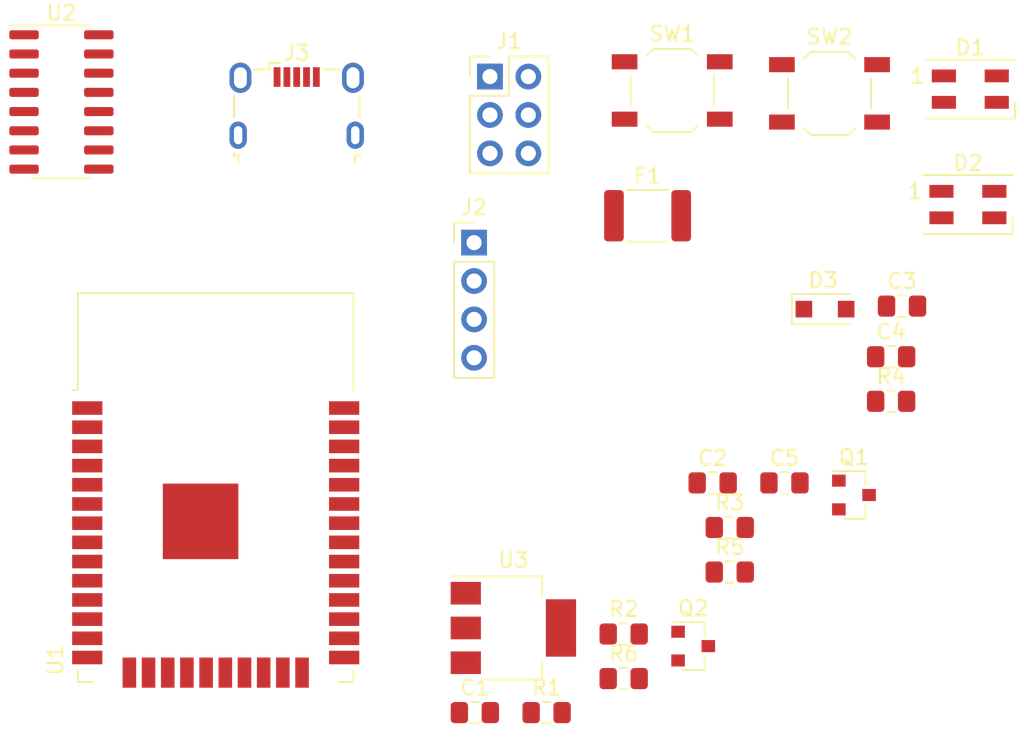
<source format=kicad_pcb>
(kicad_pcb (version 20171130) (host pcbnew "(5.1.4-0-10_14)")

  (general
    (thickness 1.6)
    (drawings 0)
    (tracks 0)
    (zones 0)
    (modules 25)
    (nets 56)
  )

  (page A4)
  (layers
    (0 F.Cu signal)
    (31 B.Cu signal)
    (32 B.Adhes user)
    (33 F.Adhes user)
    (34 B.Paste user)
    (35 F.Paste user)
    (36 B.SilkS user)
    (37 F.SilkS user)
    (38 B.Mask user)
    (39 F.Mask user)
    (40 Dwgs.User user)
    (41 Cmts.User user)
    (42 Eco1.User user)
    (43 Eco2.User user)
    (44 Edge.Cuts user)
    (45 Margin user)
    (46 B.CrtYd user)
    (47 F.CrtYd user)
    (48 B.Fab user)
    (49 F.Fab user)
  )

  (setup
    (last_trace_width 0.25)
    (trace_clearance 0.2)
    (zone_clearance 0.508)
    (zone_45_only no)
    (trace_min 0.2)
    (via_size 0.8)
    (via_drill 0.4)
    (via_min_size 0.4)
    (via_min_drill 0.3)
    (uvia_size 0.3)
    (uvia_drill 0.1)
    (uvias_allowed no)
    (uvia_min_size 0.2)
    (uvia_min_drill 0.1)
    (edge_width 0.05)
    (segment_width 0.2)
    (pcb_text_width 0.3)
    (pcb_text_size 1.5 1.5)
    (mod_edge_width 0.12)
    (mod_text_size 1 1)
    (mod_text_width 0.15)
    (pad_size 1.524 1.524)
    (pad_drill 0.762)
    (pad_to_mask_clearance 0.051)
    (solder_mask_min_width 0.25)
    (aux_axis_origin 0 0)
    (visible_elements FFFFFF7F)
    (pcbplotparams
      (layerselection 0x010fc_ffffffff)
      (usegerberextensions false)
      (usegerberattributes false)
      (usegerberadvancedattributes false)
      (creategerberjobfile false)
      (excludeedgelayer true)
      (linewidth 0.100000)
      (plotframeref false)
      (viasonmask false)
      (mode 1)
      (useauxorigin false)
      (hpglpennumber 1)
      (hpglpenspeed 20)
      (hpglpendiameter 15.000000)
      (psnegative false)
      (psa4output false)
      (plotreference true)
      (plotvalue true)
      (plotinvisibletext false)
      (padsonsilk false)
      (subtractmaskfromsilk false)
      (outputformat 1)
      (mirror false)
      (drillshape 1)
      (scaleselection 1)
      (outputdirectory ""))
  )

  (net 0 "")
  (net 1 GND)
  (net 2 +3V3)
  (net 3 "Net-(C5-Pad1)")
  (net 4 "Net-(D1-Pad2)")
  (net 5 /NP)
  (net 6 "Net-(D2-Pad2)")
  (net 7 VCC)
  (net 8 "Net-(F1-Pad2)")
  (net 9 /GPIO1)
  (net 10 /GPIO2)
  (net 11 /SDA)
  (net 12 /SCL)
  (net 13 /D+)
  (net 14 /D-)
  (net 15 /EN)
  (net 16 /RTS)
  (net 17 "Net-(Q1-Pad1)")
  (net 18 /DTR)
  (net 19 /GPIO0)
  (net 20 "Net-(Q2-Pad1)")
  (net 21 "Net-(R2-Pad2)")
  (net 22 "Net-(U1-Pad37)")
  (net 23 /RX)
  (net 24 /TX)
  (net 25 "Net-(U1-Pad32)")
  (net 26 "Net-(U1-Pad31)")
  (net 27 "Net-(U1-Pad30)")
  (net 28 "Net-(U1-Pad29)")
  (net 29 "Net-(U1-Pad28)")
  (net 30 "Net-(U1-Pad27)")
  (net 31 "Net-(U1-Pad22)")
  (net 32 "Net-(U1-Pad21)")
  (net 33 "Net-(U1-Pad20)")
  (net 34 "Net-(U1-Pad19)")
  (net 35 "Net-(U1-Pad18)")
  (net 36 "Net-(U1-Pad17)")
  (net 37 "Net-(U1-Pad16)")
  (net 38 "Net-(U1-Pad14)")
  (net 39 "Net-(U1-Pad13)")
  (net 40 "Net-(U1-Pad12)")
  (net 41 "Net-(U1-Pad11)")
  (net 42 "Net-(U1-Pad10)")
  (net 43 "Net-(U1-Pad9)")
  (net 44 "Net-(U1-Pad8)")
  (net 45 "Net-(U1-Pad7)")
  (net 46 "Net-(U1-Pad6)")
  (net 47 "Net-(U1-Pad5)")
  (net 48 "Net-(U1-Pad4)")
  (net 49 "Net-(U2-Pad15)")
  (net 50 "Net-(U2-Pad12)")
  (net 51 "Net-(U2-Pad11)")
  (net 52 "Net-(U2-Pad10)")
  (net 53 "Net-(U2-Pad9)")
  (net 54 /RXD)
  (net 55 /TXD)

  (net_class Default "This is the default net class."
    (clearance 0.2)
    (trace_width 0.25)
    (via_dia 0.8)
    (via_drill 0.4)
    (uvia_dia 0.3)
    (uvia_drill 0.1)
    (add_net +3V3)
    (add_net /D+)
    (add_net /D-)
    (add_net /DTR)
    (add_net /EN)
    (add_net /GPIO0)
    (add_net /GPIO1)
    (add_net /GPIO2)
    (add_net /NP)
    (add_net /RTS)
    (add_net /RX)
    (add_net /RXD)
    (add_net /SCL)
    (add_net /SDA)
    (add_net /TX)
    (add_net /TXD)
    (add_net GND)
    (add_net "Net-(C5-Pad1)")
    (add_net "Net-(D1-Pad2)")
    (add_net "Net-(D2-Pad2)")
    (add_net "Net-(F1-Pad2)")
    (add_net "Net-(Q1-Pad1)")
    (add_net "Net-(Q2-Pad1)")
    (add_net "Net-(R2-Pad2)")
    (add_net "Net-(U1-Pad10)")
    (add_net "Net-(U1-Pad11)")
    (add_net "Net-(U1-Pad12)")
    (add_net "Net-(U1-Pad13)")
    (add_net "Net-(U1-Pad14)")
    (add_net "Net-(U1-Pad16)")
    (add_net "Net-(U1-Pad17)")
    (add_net "Net-(U1-Pad18)")
    (add_net "Net-(U1-Pad19)")
    (add_net "Net-(U1-Pad20)")
    (add_net "Net-(U1-Pad21)")
    (add_net "Net-(U1-Pad22)")
    (add_net "Net-(U1-Pad27)")
    (add_net "Net-(U1-Pad28)")
    (add_net "Net-(U1-Pad29)")
    (add_net "Net-(U1-Pad30)")
    (add_net "Net-(U1-Pad31)")
    (add_net "Net-(U1-Pad32)")
    (add_net "Net-(U1-Pad37)")
    (add_net "Net-(U1-Pad4)")
    (add_net "Net-(U1-Pad5)")
    (add_net "Net-(U1-Pad6)")
    (add_net "Net-(U1-Pad7)")
    (add_net "Net-(U1-Pad8)")
    (add_net "Net-(U1-Pad9)")
    (add_net "Net-(U2-Pad10)")
    (add_net "Net-(U2-Pad11)")
    (add_net "Net-(U2-Pad12)")
    (add_net "Net-(U2-Pad15)")
    (add_net "Net-(U2-Pad9)")
    (add_net VCC)
  )

  (module Package_TO_SOT_SMD:SOT-223-3_TabPin2 (layer F.Cu) (tedit 5A02FF57) (tstamp 5DFD6580)
    (at 179.22 96.74)
    (descr "module CMS SOT223 4 pins")
    (tags "CMS SOT")
    (path /5DF31D5F)
    (attr smd)
    (fp_text reference U3 (at 0 -4.5) (layer F.SilkS)
      (effects (font (size 1 1) (thickness 0.15)))
    )
    (fp_text value AP111733 (at 0 4.5) (layer F.Fab)
      (effects (font (size 1 1) (thickness 0.15)))
    )
    (fp_line (start 1.85 -3.35) (end 1.85 3.35) (layer F.Fab) (width 0.1))
    (fp_line (start -1.85 3.35) (end 1.85 3.35) (layer F.Fab) (width 0.1))
    (fp_line (start -4.1 -3.41) (end 1.91 -3.41) (layer F.SilkS) (width 0.12))
    (fp_line (start -0.85 -3.35) (end 1.85 -3.35) (layer F.Fab) (width 0.1))
    (fp_line (start -1.85 3.41) (end 1.91 3.41) (layer F.SilkS) (width 0.12))
    (fp_line (start -1.85 -2.35) (end -1.85 3.35) (layer F.Fab) (width 0.1))
    (fp_line (start -1.85 -2.35) (end -0.85 -3.35) (layer F.Fab) (width 0.1))
    (fp_line (start -4.4 -3.6) (end -4.4 3.6) (layer F.CrtYd) (width 0.05))
    (fp_line (start -4.4 3.6) (end 4.4 3.6) (layer F.CrtYd) (width 0.05))
    (fp_line (start 4.4 3.6) (end 4.4 -3.6) (layer F.CrtYd) (width 0.05))
    (fp_line (start 4.4 -3.6) (end -4.4 -3.6) (layer F.CrtYd) (width 0.05))
    (fp_line (start 1.91 -3.41) (end 1.91 -2.15) (layer F.SilkS) (width 0.12))
    (fp_line (start 1.91 3.41) (end 1.91 2.15) (layer F.SilkS) (width 0.12))
    (fp_text user %R (at 0 0 90) (layer F.Fab)
      (effects (font (size 0.8 0.8) (thickness 0.12)))
    )
    (pad 1 smd rect (at -3.15 -2.3) (size 2 1.5) (layers F.Cu F.Paste F.Mask)
      (net 1 GND))
    (pad 3 smd rect (at -3.15 2.3) (size 2 1.5) (layers F.Cu F.Paste F.Mask)
      (net 3 "Net-(C5-Pad1)"))
    (pad 2 smd rect (at -3.15 0) (size 2 1.5) (layers F.Cu F.Paste F.Mask)
      (net 2 +3V3))
    (pad 2 smd rect (at 3.15 0) (size 2 3.8) (layers F.Cu F.Paste F.Mask)
      (net 2 +3V3))
    (model ${KISYS3DMOD}/Package_TO_SOT_SMD.3dshapes/SOT-223.wrl
      (at (xyz 0 0 0))
      (scale (xyz 1 1 1))
      (rotate (xyz 0 0 0))
    )
  )

  (module Package_SO:SOIC-16_3.9x9.9mm_P1.27mm (layer F.Cu) (tedit 5C97300E) (tstamp 5DFD656A)
    (at 149.31 61.93)
    (descr "SOIC, 16 Pin (JEDEC MS-012AC, https://www.analog.com/media/en/package-pcb-resources/package/pkg_pdf/soic_narrow-r/r_16.pdf), generated with kicad-footprint-generator ipc_gullwing_generator.py")
    (tags "SOIC SO")
    (path /5DF1A7B6)
    (attr smd)
    (fp_text reference U2 (at 0 -5.9) (layer F.SilkS)
      (effects (font (size 1 1) (thickness 0.15)))
    )
    (fp_text value CH340C (at 0 5.9) (layer F.Fab)
      (effects (font (size 1 1) (thickness 0.15)))
    )
    (fp_text user %R (at 0 0) (layer F.Fab)
      (effects (font (size 0.98 0.98) (thickness 0.15)))
    )
    (fp_line (start 3.7 -5.2) (end -3.7 -5.2) (layer F.CrtYd) (width 0.05))
    (fp_line (start 3.7 5.2) (end 3.7 -5.2) (layer F.CrtYd) (width 0.05))
    (fp_line (start -3.7 5.2) (end 3.7 5.2) (layer F.CrtYd) (width 0.05))
    (fp_line (start -3.7 -5.2) (end -3.7 5.2) (layer F.CrtYd) (width 0.05))
    (fp_line (start -1.95 -3.975) (end -0.975 -4.95) (layer F.Fab) (width 0.1))
    (fp_line (start -1.95 4.95) (end -1.95 -3.975) (layer F.Fab) (width 0.1))
    (fp_line (start 1.95 4.95) (end -1.95 4.95) (layer F.Fab) (width 0.1))
    (fp_line (start 1.95 -4.95) (end 1.95 4.95) (layer F.Fab) (width 0.1))
    (fp_line (start -0.975 -4.95) (end 1.95 -4.95) (layer F.Fab) (width 0.1))
    (fp_line (start 0 -5.06) (end -3.45 -5.06) (layer F.SilkS) (width 0.12))
    (fp_line (start 0 -5.06) (end 1.95 -5.06) (layer F.SilkS) (width 0.12))
    (fp_line (start 0 5.06) (end -1.95 5.06) (layer F.SilkS) (width 0.12))
    (fp_line (start 0 5.06) (end 1.95 5.06) (layer F.SilkS) (width 0.12))
    (pad 16 smd roundrect (at 2.475 -4.445) (size 1.95 0.6) (layers F.Cu F.Paste F.Mask) (roundrect_rratio 0.25)
      (net 2 +3V3))
    (pad 15 smd roundrect (at 2.475 -3.175) (size 1.95 0.6) (layers F.Cu F.Paste F.Mask) (roundrect_rratio 0.25)
      (net 49 "Net-(U2-Pad15)"))
    (pad 14 smd roundrect (at 2.475 -1.905) (size 1.95 0.6) (layers F.Cu F.Paste F.Mask) (roundrect_rratio 0.25)
      (net 16 /RTS))
    (pad 13 smd roundrect (at 2.475 -0.635) (size 1.95 0.6) (layers F.Cu F.Paste F.Mask) (roundrect_rratio 0.25)
      (net 18 /DTR))
    (pad 12 smd roundrect (at 2.475 0.635) (size 1.95 0.6) (layers F.Cu F.Paste F.Mask) (roundrect_rratio 0.25)
      (net 50 "Net-(U2-Pad12)"))
    (pad 11 smd roundrect (at 2.475 1.905) (size 1.95 0.6) (layers F.Cu F.Paste F.Mask) (roundrect_rratio 0.25)
      (net 51 "Net-(U2-Pad11)"))
    (pad 10 smd roundrect (at 2.475 3.175) (size 1.95 0.6) (layers F.Cu F.Paste F.Mask) (roundrect_rratio 0.25)
      (net 52 "Net-(U2-Pad10)"))
    (pad 9 smd roundrect (at 2.475 4.445) (size 1.95 0.6) (layers F.Cu F.Paste F.Mask) (roundrect_rratio 0.25)
      (net 53 "Net-(U2-Pad9)"))
    (pad 8 smd roundrect (at -2.475 4.445) (size 1.95 0.6) (layers F.Cu F.Paste F.Mask) (roundrect_rratio 0.25))
    (pad 7 smd roundrect (at -2.475 3.175) (size 1.95 0.6) (layers F.Cu F.Paste F.Mask) (roundrect_rratio 0.25))
    (pad 6 smd roundrect (at -2.475 1.905) (size 1.95 0.6) (layers F.Cu F.Paste F.Mask) (roundrect_rratio 0.25)
      (net 14 /D-))
    (pad 5 smd roundrect (at -2.475 0.635) (size 1.95 0.6) (layers F.Cu F.Paste F.Mask) (roundrect_rratio 0.25)
      (net 13 /D+))
    (pad 4 smd roundrect (at -2.475 -0.635) (size 1.95 0.6) (layers F.Cu F.Paste F.Mask) (roundrect_rratio 0.25)
      (net 2 +3V3))
    (pad 3 smd roundrect (at -2.475 -1.905) (size 1.95 0.6) (layers F.Cu F.Paste F.Mask) (roundrect_rratio 0.25)
      (net 54 /RXD))
    (pad 2 smd roundrect (at -2.475 -3.175) (size 1.95 0.6) (layers F.Cu F.Paste F.Mask) (roundrect_rratio 0.25)
      (net 55 /TXD))
    (pad 1 smd roundrect (at -2.475 -4.445) (size 1.95 0.6) (layers F.Cu F.Paste F.Mask) (roundrect_rratio 0.25)
      (net 1 GND))
    (model ${KISYS3DMOD}/Package_SO.3dshapes/SOIC-16_3.9x9.9mm_P1.27mm.wrl
      (at (xyz 0 0 0))
      (scale (xyz 1 1 1))
      (rotate (xyz 0 0 0))
    )
  )

  (module RF_Module:ESP32-WROOM-32 (layer F.Cu) (tedit 5B5B4654) (tstamp 5DFD6548)
    (at 159.52 90.44)
    (descr "Single 2.4 GHz Wi-Fi and Bluetooth combo chip https://www.espressif.com/sites/default/files/documentation/esp32-wroom-32_datasheet_en.pdf")
    (tags "Single 2.4 GHz Wi-Fi and Bluetooth combo  chip")
    (path /5DF45865)
    (attr smd)
    (fp_text reference U1 (at -10.61 8.43 90) (layer F.SilkS)
      (effects (font (size 1 1) (thickness 0.15)))
    )
    (fp_text value ESP32-WROOM-32 (at 0 11.5) (layer F.Fab)
      (effects (font (size 1 1) (thickness 0.15)))
    )
    (fp_line (start -9.12 -9.445) (end -9.5 -9.445) (layer F.SilkS) (width 0.12))
    (fp_line (start -9.12 -15.865) (end -9.12 -9.445) (layer F.SilkS) (width 0.12))
    (fp_line (start 9.12 -15.865) (end 9.12 -9.445) (layer F.SilkS) (width 0.12))
    (fp_line (start -9.12 -15.865) (end 9.12 -15.865) (layer F.SilkS) (width 0.12))
    (fp_line (start 9.12 9.88) (end 8.12 9.88) (layer F.SilkS) (width 0.12))
    (fp_line (start 9.12 9.1) (end 9.12 9.88) (layer F.SilkS) (width 0.12))
    (fp_line (start -9.12 9.88) (end -8.12 9.88) (layer F.SilkS) (width 0.12))
    (fp_line (start -9.12 9.1) (end -9.12 9.88) (layer F.SilkS) (width 0.12))
    (fp_line (start 8.4 -20.6) (end 8.2 -20.4) (layer Cmts.User) (width 0.1))
    (fp_line (start 8.4 -16) (end 8.4 -20.6) (layer Cmts.User) (width 0.1))
    (fp_line (start 8.4 -20.6) (end 8.6 -20.4) (layer Cmts.User) (width 0.1))
    (fp_line (start 8.4 -16) (end 8.6 -16.2) (layer Cmts.User) (width 0.1))
    (fp_line (start 8.4 -16) (end 8.2 -16.2) (layer Cmts.User) (width 0.1))
    (fp_line (start -9.2 -13.875) (end -9.4 -14.075) (layer Cmts.User) (width 0.1))
    (fp_line (start -13.8 -13.875) (end -9.2 -13.875) (layer Cmts.User) (width 0.1))
    (fp_line (start -9.2 -13.875) (end -9.4 -13.675) (layer Cmts.User) (width 0.1))
    (fp_line (start -13.8 -13.875) (end -13.6 -13.675) (layer Cmts.User) (width 0.1))
    (fp_line (start -13.8 -13.875) (end -13.6 -14.075) (layer Cmts.User) (width 0.1))
    (fp_line (start 9.2 -13.875) (end 9.4 -13.675) (layer Cmts.User) (width 0.1))
    (fp_line (start 9.2 -13.875) (end 9.4 -14.075) (layer Cmts.User) (width 0.1))
    (fp_line (start 13.8 -13.875) (end 13.6 -13.675) (layer Cmts.User) (width 0.1))
    (fp_line (start 13.8 -13.875) (end 13.6 -14.075) (layer Cmts.User) (width 0.1))
    (fp_line (start 9.2 -13.875) (end 13.8 -13.875) (layer Cmts.User) (width 0.1))
    (fp_line (start 14 -11.585) (end 12 -9.97) (layer Dwgs.User) (width 0.1))
    (fp_line (start 14 -13.2) (end 10 -9.97) (layer Dwgs.User) (width 0.1))
    (fp_line (start 14 -14.815) (end 8 -9.97) (layer Dwgs.User) (width 0.1))
    (fp_line (start 14 -16.43) (end 6 -9.97) (layer Dwgs.User) (width 0.1))
    (fp_line (start 14 -18.045) (end 4 -9.97) (layer Dwgs.User) (width 0.1))
    (fp_line (start 14 -19.66) (end 2 -9.97) (layer Dwgs.User) (width 0.1))
    (fp_line (start 13.475 -20.75) (end 0 -9.97) (layer Dwgs.User) (width 0.1))
    (fp_line (start 11.475 -20.75) (end -2 -9.97) (layer Dwgs.User) (width 0.1))
    (fp_line (start 9.475 -20.75) (end -4 -9.97) (layer Dwgs.User) (width 0.1))
    (fp_line (start 7.475 -20.75) (end -6 -9.97) (layer Dwgs.User) (width 0.1))
    (fp_line (start -8 -9.97) (end 5.475 -20.75) (layer Dwgs.User) (width 0.1))
    (fp_line (start 3.475 -20.75) (end -10 -9.97) (layer Dwgs.User) (width 0.1))
    (fp_line (start 1.475 -20.75) (end -12 -9.97) (layer Dwgs.User) (width 0.1))
    (fp_line (start -0.525 -20.75) (end -14 -9.97) (layer Dwgs.User) (width 0.1))
    (fp_line (start -2.525 -20.75) (end -14 -11.585) (layer Dwgs.User) (width 0.1))
    (fp_line (start -4.525 -20.75) (end -14 -13.2) (layer Dwgs.User) (width 0.1))
    (fp_line (start -6.525 -20.75) (end -14 -14.815) (layer Dwgs.User) (width 0.1))
    (fp_line (start -8.525 -20.75) (end -14 -16.43) (layer Dwgs.User) (width 0.1))
    (fp_line (start -10.525 -20.75) (end -14 -18.045) (layer Dwgs.User) (width 0.1))
    (fp_line (start -12.525 -20.75) (end -14 -19.66) (layer Dwgs.User) (width 0.1))
    (fp_line (start 9.75 -9.72) (end 14.25 -9.72) (layer F.CrtYd) (width 0.05))
    (fp_line (start -14.25 -9.72) (end -9.75 -9.72) (layer F.CrtYd) (width 0.05))
    (fp_line (start 14.25 -21) (end 14.25 -9.72) (layer F.CrtYd) (width 0.05))
    (fp_line (start -14.25 -21) (end -14.25 -9.72) (layer F.CrtYd) (width 0.05))
    (fp_line (start 14 -20.75) (end -14 -20.75) (layer Dwgs.User) (width 0.1))
    (fp_line (start 14 -9.97) (end 14 -20.75) (layer Dwgs.User) (width 0.1))
    (fp_line (start 14 -9.97) (end -14 -9.97) (layer Dwgs.User) (width 0.1))
    (fp_line (start -9 -9.02) (end -8.5 -9.52) (layer F.Fab) (width 0.1))
    (fp_line (start -8.5 -9.52) (end -9 -10.02) (layer F.Fab) (width 0.1))
    (fp_line (start -9 -9.02) (end -9 9.76) (layer F.Fab) (width 0.1))
    (fp_line (start -14.25 -21) (end 14.25 -21) (layer F.CrtYd) (width 0.05))
    (fp_line (start 9.75 -9.72) (end 9.75 10.5) (layer F.CrtYd) (width 0.05))
    (fp_line (start -9.75 10.5) (end 9.75 10.5) (layer F.CrtYd) (width 0.05))
    (fp_line (start -9.75 10.5) (end -9.75 -9.72) (layer F.CrtYd) (width 0.05))
    (fp_line (start -9 -15.745) (end 9 -15.745) (layer F.Fab) (width 0.1))
    (fp_line (start -9 -15.745) (end -9 -10.02) (layer F.Fab) (width 0.1))
    (fp_line (start -9 9.76) (end 9 9.76) (layer F.Fab) (width 0.1))
    (fp_line (start 9 9.76) (end 9 -15.745) (layer F.Fab) (width 0.1))
    (fp_line (start -14 -9.97) (end -14 -20.75) (layer Dwgs.User) (width 0.1))
    (fp_text user "5 mm" (at 7.8 -19.075 90) (layer Cmts.User)
      (effects (font (size 0.5 0.5) (thickness 0.1)))
    )
    (fp_text user "5 mm" (at -11.2 -14.375) (layer Cmts.User)
      (effects (font (size 0.5 0.5) (thickness 0.1)))
    )
    (fp_text user "5 mm" (at 11.8 -14.375) (layer Cmts.User)
      (effects (font (size 0.5 0.5) (thickness 0.1)))
    )
    (fp_text user Antenna (at 0 -13) (layer Cmts.User)
      (effects (font (size 1 1) (thickness 0.15)))
    )
    (fp_text user "KEEP-OUT ZONE" (at 0 -19) (layer Cmts.User)
      (effects (font (size 1 1) (thickness 0.15)))
    )
    (fp_text user %R (at 0 0) (layer F.Fab)
      (effects (font (size 1 1) (thickness 0.15)))
    )
    (pad 38 smd rect (at 8.5 -8.255) (size 2 0.9) (layers F.Cu F.Paste F.Mask)
      (net 1 GND))
    (pad 37 smd rect (at 8.5 -6.985) (size 2 0.9) (layers F.Cu F.Paste F.Mask)
      (net 22 "Net-(U1-Pad37)"))
    (pad 36 smd rect (at 8.5 -5.715) (size 2 0.9) (layers F.Cu F.Paste F.Mask)
      (net 12 /SCL))
    (pad 35 smd rect (at 8.5 -4.445) (size 2 0.9) (layers F.Cu F.Paste F.Mask)
      (net 23 /RX))
    (pad 34 smd rect (at 8.5 -3.175) (size 2 0.9) (layers F.Cu F.Paste F.Mask)
      (net 24 /TX))
    (pad 33 smd rect (at 8.5 -1.905) (size 2 0.9) (layers F.Cu F.Paste F.Mask)
      (net 11 /SDA))
    (pad 32 smd rect (at 8.5 -0.635) (size 2 0.9) (layers F.Cu F.Paste F.Mask)
      (net 25 "Net-(U1-Pad32)"))
    (pad 31 smd rect (at 8.5 0.635) (size 2 0.9) (layers F.Cu F.Paste F.Mask)
      (net 26 "Net-(U1-Pad31)"))
    (pad 30 smd rect (at 8.5 1.905) (size 2 0.9) (layers F.Cu F.Paste F.Mask)
      (net 27 "Net-(U1-Pad30)"))
    (pad 29 smd rect (at 8.5 3.175) (size 2 0.9) (layers F.Cu F.Paste F.Mask)
      (net 28 "Net-(U1-Pad29)"))
    (pad 28 smd rect (at 8.5 4.445) (size 2 0.9) (layers F.Cu F.Paste F.Mask)
      (net 29 "Net-(U1-Pad28)"))
    (pad 27 smd rect (at 8.5 5.715) (size 2 0.9) (layers F.Cu F.Paste F.Mask)
      (net 30 "Net-(U1-Pad27)"))
    (pad 26 smd rect (at 8.5 6.985) (size 2 0.9) (layers F.Cu F.Paste F.Mask)
      (net 10 /GPIO2))
    (pad 25 smd rect (at 8.5 8.255) (size 2 0.9) (layers F.Cu F.Paste F.Mask)
      (net 19 /GPIO0))
    (pad 24 smd rect (at 5.715 9.255 90) (size 2 0.9) (layers F.Cu F.Paste F.Mask)
      (net 9 /GPIO1))
    (pad 23 smd rect (at 4.445 9.255 90) (size 2 0.9) (layers F.Cu F.Paste F.Mask)
      (net 21 "Net-(R2-Pad2)"))
    (pad 22 smd rect (at 3.175 9.255 90) (size 2 0.9) (layers F.Cu F.Paste F.Mask)
      (net 31 "Net-(U1-Pad22)"))
    (pad 21 smd rect (at 1.905 9.255 90) (size 2 0.9) (layers F.Cu F.Paste F.Mask)
      (net 32 "Net-(U1-Pad21)"))
    (pad 20 smd rect (at 0.635 9.255 90) (size 2 0.9) (layers F.Cu F.Paste F.Mask)
      (net 33 "Net-(U1-Pad20)"))
    (pad 19 smd rect (at -0.635 9.255 90) (size 2 0.9) (layers F.Cu F.Paste F.Mask)
      (net 34 "Net-(U1-Pad19)"))
    (pad 18 smd rect (at -1.905 9.255 90) (size 2 0.9) (layers F.Cu F.Paste F.Mask)
      (net 35 "Net-(U1-Pad18)"))
    (pad 17 smd rect (at -3.175 9.255 90) (size 2 0.9) (layers F.Cu F.Paste F.Mask)
      (net 36 "Net-(U1-Pad17)"))
    (pad 16 smd rect (at -4.445 9.255 90) (size 2 0.9) (layers F.Cu F.Paste F.Mask)
      (net 37 "Net-(U1-Pad16)"))
    (pad 15 smd rect (at -5.715 9.255 90) (size 2 0.9) (layers F.Cu F.Paste F.Mask)
      (net 1 GND))
    (pad 14 smd rect (at -8.5 8.255) (size 2 0.9) (layers F.Cu F.Paste F.Mask)
      (net 38 "Net-(U1-Pad14)"))
    (pad 13 smd rect (at -8.5 6.985) (size 2 0.9) (layers F.Cu F.Paste F.Mask)
      (net 39 "Net-(U1-Pad13)"))
    (pad 12 smd rect (at -8.5 5.715) (size 2 0.9) (layers F.Cu F.Paste F.Mask)
      (net 40 "Net-(U1-Pad12)"))
    (pad 11 smd rect (at -8.5 4.445) (size 2 0.9) (layers F.Cu F.Paste F.Mask)
      (net 41 "Net-(U1-Pad11)"))
    (pad 10 smd rect (at -8.5 3.175) (size 2 0.9) (layers F.Cu F.Paste F.Mask)
      (net 42 "Net-(U1-Pad10)"))
    (pad 9 smd rect (at -8.5 1.905) (size 2 0.9) (layers F.Cu F.Paste F.Mask)
      (net 43 "Net-(U1-Pad9)"))
    (pad 8 smd rect (at -8.5 0.635) (size 2 0.9) (layers F.Cu F.Paste F.Mask)
      (net 44 "Net-(U1-Pad8)"))
    (pad 7 smd rect (at -8.5 -0.635) (size 2 0.9) (layers F.Cu F.Paste F.Mask)
      (net 45 "Net-(U1-Pad7)"))
    (pad 6 smd rect (at -8.5 -1.905) (size 2 0.9) (layers F.Cu F.Paste F.Mask)
      (net 46 "Net-(U1-Pad6)"))
    (pad 5 smd rect (at -8.5 -3.175) (size 2 0.9) (layers F.Cu F.Paste F.Mask)
      (net 47 "Net-(U1-Pad5)"))
    (pad 4 smd rect (at -8.5 -4.445) (size 2 0.9) (layers F.Cu F.Paste F.Mask)
      (net 48 "Net-(U1-Pad4)"))
    (pad 3 smd rect (at -8.5 -5.715) (size 2 0.9) (layers F.Cu F.Paste F.Mask)
      (net 15 /EN))
    (pad 2 smd rect (at -8.5 -6.985) (size 2 0.9) (layers F.Cu F.Paste F.Mask)
      (net 2 +3V3))
    (pad 1 smd rect (at -8.5 -8.255) (size 2 0.9) (layers F.Cu F.Paste F.Mask)
      (net 1 GND))
    (pad 39 smd rect (at -1 -0.755) (size 5 5) (layers F.Cu F.Paste F.Mask))
    (model ${KISYS3DMOD}/RF_Module.3dshapes/ESP32-WROOM-32.wrl
      (at (xyz 0 0 0))
      (scale (xyz 1 1 1))
      (rotate (xyz 0 0 0))
    )
  )

  (module Button_Switch_SMD:SW_SPST_TL3342 (layer F.Cu) (tedit 5A02FC95) (tstamp 5DFD64D9)
    (at 200.14 61.36)
    (descr "Low-profile SMD Tactile Switch, https://www.e-switch.com/system/asset/product_line/data_sheet/165/TL3342.pdf")
    (tags "SPST Tactile Switch")
    (path /5E03662D)
    (attr smd)
    (fp_text reference SW2 (at 0 -3.75) (layer F.SilkS)
      (effects (font (size 1 1) (thickness 0.15)))
    )
    (fp_text value BOOT (at 0 3.75) (layer F.Fab)
      (effects (font (size 1 1) (thickness 0.15)))
    )
    (fp_circle (center 0 0) (end 1 0) (layer F.Fab) (width 0.1))
    (fp_line (start -4.25 3) (end -4.25 -3) (layer F.CrtYd) (width 0.05))
    (fp_line (start 4.25 3) (end -4.25 3) (layer F.CrtYd) (width 0.05))
    (fp_line (start 4.25 -3) (end 4.25 3) (layer F.CrtYd) (width 0.05))
    (fp_line (start -4.25 -3) (end 4.25 -3) (layer F.CrtYd) (width 0.05))
    (fp_line (start -1.2 -2.6) (end -2.6 -1.2) (layer F.Fab) (width 0.1))
    (fp_line (start 1.2 -2.6) (end -1.2 -2.6) (layer F.Fab) (width 0.1))
    (fp_line (start 2.6 -1.2) (end 1.2 -2.6) (layer F.Fab) (width 0.1))
    (fp_line (start 2.6 1.2) (end 2.6 -1.2) (layer F.Fab) (width 0.1))
    (fp_line (start 1.2 2.6) (end 2.6 1.2) (layer F.Fab) (width 0.1))
    (fp_line (start -1.2 2.6) (end 1.2 2.6) (layer F.Fab) (width 0.1))
    (fp_line (start -2.6 1.2) (end -1.2 2.6) (layer F.Fab) (width 0.1))
    (fp_line (start -2.6 -1.2) (end -2.6 1.2) (layer F.Fab) (width 0.1))
    (fp_line (start -1.25 -2.75) (end 1.25 -2.75) (layer F.SilkS) (width 0.12))
    (fp_line (start -2.75 -1) (end -2.75 1) (layer F.SilkS) (width 0.12))
    (fp_line (start -1.25 2.75) (end 1.25 2.75) (layer F.SilkS) (width 0.12))
    (fp_line (start 2.75 -1) (end 2.75 1) (layer F.SilkS) (width 0.12))
    (fp_line (start -2 1) (end -2 -1) (layer F.Fab) (width 0.1))
    (fp_line (start -1 2) (end -2 1) (layer F.Fab) (width 0.1))
    (fp_line (start 1 2) (end -1 2) (layer F.Fab) (width 0.1))
    (fp_line (start 2 1) (end 1 2) (layer F.Fab) (width 0.1))
    (fp_line (start 2 -1) (end 2 1) (layer F.Fab) (width 0.1))
    (fp_line (start 1 -2) (end 2 -1) (layer F.Fab) (width 0.1))
    (fp_line (start -1 -2) (end 1 -2) (layer F.Fab) (width 0.1))
    (fp_line (start -2 -1) (end -1 -2) (layer F.Fab) (width 0.1))
    (fp_line (start -1.7 -2.3) (end -1.25 -2.75) (layer F.SilkS) (width 0.12))
    (fp_line (start 1.7 -2.3) (end 1.25 -2.75) (layer F.SilkS) (width 0.12))
    (fp_line (start 1.7 2.3) (end 1.25 2.75) (layer F.SilkS) (width 0.12))
    (fp_line (start -1.7 2.3) (end -1.25 2.75) (layer F.SilkS) (width 0.12))
    (fp_line (start 3.2 1.6) (end 2.2 1.6) (layer F.Fab) (width 0.1))
    (fp_line (start 2.7 2.1) (end 2.7 1.6) (layer F.Fab) (width 0.1))
    (fp_line (start 1.7 2.1) (end 3.2 2.1) (layer F.Fab) (width 0.1))
    (fp_line (start -1.7 2.1) (end -3.2 2.1) (layer F.Fab) (width 0.1))
    (fp_line (start -3.2 1.6) (end -2.2 1.6) (layer F.Fab) (width 0.1))
    (fp_line (start -2.7 2.1) (end -2.7 1.6) (layer F.Fab) (width 0.1))
    (fp_line (start -3.2 -1.6) (end -2.2 -1.6) (layer F.Fab) (width 0.1))
    (fp_line (start -1.7 -2.1) (end -3.2 -2.1) (layer F.Fab) (width 0.1))
    (fp_line (start -2.7 -2.1) (end -2.7 -1.6) (layer F.Fab) (width 0.1))
    (fp_line (start 3.2 -1.6) (end 2.2 -1.6) (layer F.Fab) (width 0.1))
    (fp_line (start 1.7 -2.1) (end 3.2 -2.1) (layer F.Fab) (width 0.1))
    (fp_line (start 2.7 -2.1) (end 2.7 -1.6) (layer F.Fab) (width 0.1))
    (fp_line (start -3.2 -2.1) (end -3.2 -1.6) (layer F.Fab) (width 0.1))
    (fp_line (start -3.2 2.1) (end -3.2 1.6) (layer F.Fab) (width 0.1))
    (fp_line (start 3.2 -2.1) (end 3.2 -1.6) (layer F.Fab) (width 0.1))
    (fp_line (start 3.2 2.1) (end 3.2 1.6) (layer F.Fab) (width 0.1))
    (fp_text user %R (at 0 -3.75) (layer F.Fab)
      (effects (font (size 1 1) (thickness 0.15)))
    )
    (pad 2 smd rect (at 3.15 1.9) (size 1.7 1) (layers F.Cu F.Paste F.Mask)
      (net 19 /GPIO0))
    (pad 2 smd rect (at -3.15 1.9) (size 1.7 1) (layers F.Cu F.Paste F.Mask)
      (net 19 /GPIO0))
    (pad 1 smd rect (at 3.15 -1.9) (size 1.7 1) (layers F.Cu F.Paste F.Mask)
      (net 1 GND))
    (pad 1 smd rect (at -3.15 -1.9) (size 1.7 1) (layers F.Cu F.Paste F.Mask)
      (net 1 GND))
    (model ${KISYS3DMOD}/Button_Switch_SMD.3dshapes/SW_SPST_TL3342.wrl
      (at (xyz 0 0 0))
      (scale (xyz 1 1 1))
      (rotate (xyz 0 0 0))
    )
  )

  (module Button_Switch_SMD:SW_SPST_TL3342 (layer F.Cu) (tedit 5A02FC95) (tstamp 5DFD64A3)
    (at 189.73 61.17)
    (descr "Low-profile SMD Tactile Switch, https://www.e-switch.com/system/asset/product_line/data_sheet/165/TL3342.pdf")
    (tags "SPST Tactile Switch")
    (path /5E035F76)
    (attr smd)
    (fp_text reference SW1 (at 0 -3.75) (layer F.SilkS)
      (effects (font (size 1 1) (thickness 0.15)))
    )
    (fp_text value RST (at 0 3.75) (layer F.Fab)
      (effects (font (size 1 1) (thickness 0.15)))
    )
    (fp_circle (center 0 0) (end 1 0) (layer F.Fab) (width 0.1))
    (fp_line (start -4.25 3) (end -4.25 -3) (layer F.CrtYd) (width 0.05))
    (fp_line (start 4.25 3) (end -4.25 3) (layer F.CrtYd) (width 0.05))
    (fp_line (start 4.25 -3) (end 4.25 3) (layer F.CrtYd) (width 0.05))
    (fp_line (start -4.25 -3) (end 4.25 -3) (layer F.CrtYd) (width 0.05))
    (fp_line (start -1.2 -2.6) (end -2.6 -1.2) (layer F.Fab) (width 0.1))
    (fp_line (start 1.2 -2.6) (end -1.2 -2.6) (layer F.Fab) (width 0.1))
    (fp_line (start 2.6 -1.2) (end 1.2 -2.6) (layer F.Fab) (width 0.1))
    (fp_line (start 2.6 1.2) (end 2.6 -1.2) (layer F.Fab) (width 0.1))
    (fp_line (start 1.2 2.6) (end 2.6 1.2) (layer F.Fab) (width 0.1))
    (fp_line (start -1.2 2.6) (end 1.2 2.6) (layer F.Fab) (width 0.1))
    (fp_line (start -2.6 1.2) (end -1.2 2.6) (layer F.Fab) (width 0.1))
    (fp_line (start -2.6 -1.2) (end -2.6 1.2) (layer F.Fab) (width 0.1))
    (fp_line (start -1.25 -2.75) (end 1.25 -2.75) (layer F.SilkS) (width 0.12))
    (fp_line (start -2.75 -1) (end -2.75 1) (layer F.SilkS) (width 0.12))
    (fp_line (start -1.25 2.75) (end 1.25 2.75) (layer F.SilkS) (width 0.12))
    (fp_line (start 2.75 -1) (end 2.75 1) (layer F.SilkS) (width 0.12))
    (fp_line (start -2 1) (end -2 -1) (layer F.Fab) (width 0.1))
    (fp_line (start -1 2) (end -2 1) (layer F.Fab) (width 0.1))
    (fp_line (start 1 2) (end -1 2) (layer F.Fab) (width 0.1))
    (fp_line (start 2 1) (end 1 2) (layer F.Fab) (width 0.1))
    (fp_line (start 2 -1) (end 2 1) (layer F.Fab) (width 0.1))
    (fp_line (start 1 -2) (end 2 -1) (layer F.Fab) (width 0.1))
    (fp_line (start -1 -2) (end 1 -2) (layer F.Fab) (width 0.1))
    (fp_line (start -2 -1) (end -1 -2) (layer F.Fab) (width 0.1))
    (fp_line (start -1.7 -2.3) (end -1.25 -2.75) (layer F.SilkS) (width 0.12))
    (fp_line (start 1.7 -2.3) (end 1.25 -2.75) (layer F.SilkS) (width 0.12))
    (fp_line (start 1.7 2.3) (end 1.25 2.75) (layer F.SilkS) (width 0.12))
    (fp_line (start -1.7 2.3) (end -1.25 2.75) (layer F.SilkS) (width 0.12))
    (fp_line (start 3.2 1.6) (end 2.2 1.6) (layer F.Fab) (width 0.1))
    (fp_line (start 2.7 2.1) (end 2.7 1.6) (layer F.Fab) (width 0.1))
    (fp_line (start 1.7 2.1) (end 3.2 2.1) (layer F.Fab) (width 0.1))
    (fp_line (start -1.7 2.1) (end -3.2 2.1) (layer F.Fab) (width 0.1))
    (fp_line (start -3.2 1.6) (end -2.2 1.6) (layer F.Fab) (width 0.1))
    (fp_line (start -2.7 2.1) (end -2.7 1.6) (layer F.Fab) (width 0.1))
    (fp_line (start -3.2 -1.6) (end -2.2 -1.6) (layer F.Fab) (width 0.1))
    (fp_line (start -1.7 -2.1) (end -3.2 -2.1) (layer F.Fab) (width 0.1))
    (fp_line (start -2.7 -2.1) (end -2.7 -1.6) (layer F.Fab) (width 0.1))
    (fp_line (start 3.2 -1.6) (end 2.2 -1.6) (layer F.Fab) (width 0.1))
    (fp_line (start 1.7 -2.1) (end 3.2 -2.1) (layer F.Fab) (width 0.1))
    (fp_line (start 2.7 -2.1) (end 2.7 -1.6) (layer F.Fab) (width 0.1))
    (fp_line (start -3.2 -2.1) (end -3.2 -1.6) (layer F.Fab) (width 0.1))
    (fp_line (start -3.2 2.1) (end -3.2 1.6) (layer F.Fab) (width 0.1))
    (fp_line (start 3.2 -2.1) (end 3.2 -1.6) (layer F.Fab) (width 0.1))
    (fp_line (start 3.2 2.1) (end 3.2 1.6) (layer F.Fab) (width 0.1))
    (fp_text user %R (at 0 -3.75) (layer F.Fab)
      (effects (font (size 1 1) (thickness 0.15)))
    )
    (pad 2 smd rect (at 3.15 1.9) (size 1.7 1) (layers F.Cu F.Paste F.Mask)
      (net 15 /EN))
    (pad 2 smd rect (at -3.15 1.9) (size 1.7 1) (layers F.Cu F.Paste F.Mask)
      (net 15 /EN))
    (pad 1 smd rect (at 3.15 -1.9) (size 1.7 1) (layers F.Cu F.Paste F.Mask)
      (net 1 GND))
    (pad 1 smd rect (at -3.15 -1.9) (size 1.7 1) (layers F.Cu F.Paste F.Mask)
      (net 1 GND))
    (model ${KISYS3DMOD}/Button_Switch_SMD.3dshapes/SW_SPST_TL3342.wrl
      (at (xyz 0 0 0))
      (scale (xyz 1 1 1))
      (rotate (xyz 0 0 0))
    )
  )

  (module Resistor_SMD:R_0805_2012Metric_Pad1.15x1.40mm_HandSolder (layer F.Cu) (tedit 5B36C52B) (tstamp 5DFD646D)
    (at 186.52 100.09)
    (descr "Resistor SMD 0805 (2012 Metric), square (rectangular) end terminal, IPC_7351 nominal with elongated pad for handsoldering. (Body size source: https://docs.google.com/spreadsheets/d/1BsfQQcO9C6DZCsRaXUlFlo91Tg2WpOkGARC1WS5S8t0/edit?usp=sharing), generated with kicad-footprint-generator")
    (tags "resistor handsolder")
    (path /5DF44157)
    (attr smd)
    (fp_text reference R6 (at 0 -1.65) (layer F.SilkS)
      (effects (font (size 1 1) (thickness 0.15)))
    )
    (fp_text value 10K (at 0 1.65) (layer F.Fab)
      (effects (font (size 1 1) (thickness 0.15)))
    )
    (fp_text user %R (at 0 0) (layer F.Fab)
      (effects (font (size 0.5 0.5) (thickness 0.08)))
    )
    (fp_line (start 1.85 0.95) (end -1.85 0.95) (layer F.CrtYd) (width 0.05))
    (fp_line (start 1.85 -0.95) (end 1.85 0.95) (layer F.CrtYd) (width 0.05))
    (fp_line (start -1.85 -0.95) (end 1.85 -0.95) (layer F.CrtYd) (width 0.05))
    (fp_line (start -1.85 0.95) (end -1.85 -0.95) (layer F.CrtYd) (width 0.05))
    (fp_line (start -0.261252 0.71) (end 0.261252 0.71) (layer F.SilkS) (width 0.12))
    (fp_line (start -0.261252 -0.71) (end 0.261252 -0.71) (layer F.SilkS) (width 0.12))
    (fp_line (start 1 0.6) (end -1 0.6) (layer F.Fab) (width 0.1))
    (fp_line (start 1 -0.6) (end 1 0.6) (layer F.Fab) (width 0.1))
    (fp_line (start -1 -0.6) (end 1 -0.6) (layer F.Fab) (width 0.1))
    (fp_line (start -1 0.6) (end -1 -0.6) (layer F.Fab) (width 0.1))
    (pad 2 smd roundrect (at 1.025 0) (size 1.15 1.4) (layers F.Cu F.Paste F.Mask) (roundrect_rratio 0.217391)
      (net 16 /RTS))
    (pad 1 smd roundrect (at -1.025 0) (size 1.15 1.4) (layers F.Cu F.Paste F.Mask) (roundrect_rratio 0.217391)
      (net 20 "Net-(Q2-Pad1)"))
    (model ${KISYS3DMOD}/Resistor_SMD.3dshapes/R_0805_2012Metric.wrl
      (at (xyz 0 0 0))
      (scale (xyz 1 1 1))
      (rotate (xyz 0 0 0))
    )
  )

  (module Resistor_SMD:R_0805_2012Metric_Pad1.15x1.40mm_HandSolder (layer F.Cu) (tedit 5B36C52B) (tstamp 5DFD645C)
    (at 193.54 93.04)
    (descr "Resistor SMD 0805 (2012 Metric), square (rectangular) end terminal, IPC_7351 nominal with elongated pad for handsoldering. (Body size source: https://docs.google.com/spreadsheets/d/1BsfQQcO9C6DZCsRaXUlFlo91Tg2WpOkGARC1WS5S8t0/edit?usp=sharing), generated with kicad-footprint-generator")
    (tags "resistor handsolder")
    (path /5DF43EDC)
    (attr smd)
    (fp_text reference R5 (at 0 -1.65) (layer F.SilkS)
      (effects (font (size 1 1) (thickness 0.15)))
    )
    (fp_text value 10K (at 0 1.65) (layer F.Fab)
      (effects (font (size 1 1) (thickness 0.15)))
    )
    (fp_text user %R (at 0 0) (layer F.Fab)
      (effects (font (size 0.5 0.5) (thickness 0.08)))
    )
    (fp_line (start 1.85 0.95) (end -1.85 0.95) (layer F.CrtYd) (width 0.05))
    (fp_line (start 1.85 -0.95) (end 1.85 0.95) (layer F.CrtYd) (width 0.05))
    (fp_line (start -1.85 -0.95) (end 1.85 -0.95) (layer F.CrtYd) (width 0.05))
    (fp_line (start -1.85 0.95) (end -1.85 -0.95) (layer F.CrtYd) (width 0.05))
    (fp_line (start -0.261252 0.71) (end 0.261252 0.71) (layer F.SilkS) (width 0.12))
    (fp_line (start -0.261252 -0.71) (end 0.261252 -0.71) (layer F.SilkS) (width 0.12))
    (fp_line (start 1 0.6) (end -1 0.6) (layer F.Fab) (width 0.1))
    (fp_line (start 1 -0.6) (end 1 0.6) (layer F.Fab) (width 0.1))
    (fp_line (start -1 -0.6) (end 1 -0.6) (layer F.Fab) (width 0.1))
    (fp_line (start -1 0.6) (end -1 -0.6) (layer F.Fab) (width 0.1))
    (pad 2 smd roundrect (at 1.025 0) (size 1.15 1.4) (layers F.Cu F.Paste F.Mask) (roundrect_rratio 0.217391)
      (net 18 /DTR))
    (pad 1 smd roundrect (at -1.025 0) (size 1.15 1.4) (layers F.Cu F.Paste F.Mask) (roundrect_rratio 0.217391)
      (net 17 "Net-(Q1-Pad1)"))
    (model ${KISYS3DMOD}/Resistor_SMD.3dshapes/R_0805_2012Metric.wrl
      (at (xyz 0 0 0))
      (scale (xyz 1 1 1))
      (rotate (xyz 0 0 0))
    )
  )

  (module Resistor_SMD:R_0805_2012Metric_Pad1.15x1.40mm_HandSolder (layer F.Cu) (tedit 5B36C52B) (tstamp 5DFD644B)
    (at 204.22 81.74)
    (descr "Resistor SMD 0805 (2012 Metric), square (rectangular) end terminal, IPC_7351 nominal with elongated pad for handsoldering. (Body size source: https://docs.google.com/spreadsheets/d/1BsfQQcO9C6DZCsRaXUlFlo91Tg2WpOkGARC1WS5S8t0/edit?usp=sharing), generated with kicad-footprint-generator")
    (tags "resistor handsolder")
    (path /5DF5B194)
    (attr smd)
    (fp_text reference R4 (at 0 -1.65) (layer F.SilkS)
      (effects (font (size 1 1) (thickness 0.15)))
    )
    (fp_text value 10K (at 0 1.65) (layer F.Fab)
      (effects (font (size 1 1) (thickness 0.15)))
    )
    (fp_text user %R (at 0 0) (layer F.Fab)
      (effects (font (size 0.5 0.5) (thickness 0.08)))
    )
    (fp_line (start 1.85 0.95) (end -1.85 0.95) (layer F.CrtYd) (width 0.05))
    (fp_line (start 1.85 -0.95) (end 1.85 0.95) (layer F.CrtYd) (width 0.05))
    (fp_line (start -1.85 -0.95) (end 1.85 -0.95) (layer F.CrtYd) (width 0.05))
    (fp_line (start -1.85 0.95) (end -1.85 -0.95) (layer F.CrtYd) (width 0.05))
    (fp_line (start -0.261252 0.71) (end 0.261252 0.71) (layer F.SilkS) (width 0.12))
    (fp_line (start -0.261252 -0.71) (end 0.261252 -0.71) (layer F.SilkS) (width 0.12))
    (fp_line (start 1 0.6) (end -1 0.6) (layer F.Fab) (width 0.1))
    (fp_line (start 1 -0.6) (end 1 0.6) (layer F.Fab) (width 0.1))
    (fp_line (start -1 -0.6) (end 1 -0.6) (layer F.Fab) (width 0.1))
    (fp_line (start -1 0.6) (end -1 -0.6) (layer F.Fab) (width 0.1))
    (pad 2 smd roundrect (at 1.025 0) (size 1.15 1.4) (layers F.Cu F.Paste F.Mask) (roundrect_rratio 0.217391)
      (net 2 +3V3))
    (pad 1 smd roundrect (at -1.025 0) (size 1.15 1.4) (layers F.Cu F.Paste F.Mask) (roundrect_rratio 0.217391)
      (net 12 /SCL))
    (model ${KISYS3DMOD}/Resistor_SMD.3dshapes/R_0805_2012Metric.wrl
      (at (xyz 0 0 0))
      (scale (xyz 1 1 1))
      (rotate (xyz 0 0 0))
    )
  )

  (module Resistor_SMD:R_0805_2012Metric_Pad1.15x1.40mm_HandSolder (layer F.Cu) (tedit 5B36C52B) (tstamp 5DFD643A)
    (at 193.54 90.09)
    (descr "Resistor SMD 0805 (2012 Metric), square (rectangular) end terminal, IPC_7351 nominal with elongated pad for handsoldering. (Body size source: https://docs.google.com/spreadsheets/d/1BsfQQcO9C6DZCsRaXUlFlo91Tg2WpOkGARC1WS5S8t0/edit?usp=sharing), generated with kicad-footprint-generator")
    (tags "resistor handsolder")
    (path /5DF5B633)
    (attr smd)
    (fp_text reference R3 (at 0 -1.65) (layer F.SilkS)
      (effects (font (size 1 1) (thickness 0.15)))
    )
    (fp_text value 10K (at 0 1.65) (layer F.Fab)
      (effects (font (size 1 1) (thickness 0.15)))
    )
    (fp_text user %R (at 0 0) (layer F.Fab)
      (effects (font (size 0.5 0.5) (thickness 0.08)))
    )
    (fp_line (start 1.85 0.95) (end -1.85 0.95) (layer F.CrtYd) (width 0.05))
    (fp_line (start 1.85 -0.95) (end 1.85 0.95) (layer F.CrtYd) (width 0.05))
    (fp_line (start -1.85 -0.95) (end 1.85 -0.95) (layer F.CrtYd) (width 0.05))
    (fp_line (start -1.85 0.95) (end -1.85 -0.95) (layer F.CrtYd) (width 0.05))
    (fp_line (start -0.261252 0.71) (end 0.261252 0.71) (layer F.SilkS) (width 0.12))
    (fp_line (start -0.261252 -0.71) (end 0.261252 -0.71) (layer F.SilkS) (width 0.12))
    (fp_line (start 1 0.6) (end -1 0.6) (layer F.Fab) (width 0.1))
    (fp_line (start 1 -0.6) (end 1 0.6) (layer F.Fab) (width 0.1))
    (fp_line (start -1 -0.6) (end 1 -0.6) (layer F.Fab) (width 0.1))
    (fp_line (start -1 0.6) (end -1 -0.6) (layer F.Fab) (width 0.1))
    (pad 2 smd roundrect (at 1.025 0) (size 1.15 1.4) (layers F.Cu F.Paste F.Mask) (roundrect_rratio 0.217391)
      (net 2 +3V3))
    (pad 1 smd roundrect (at -1.025 0) (size 1.15 1.4) (layers F.Cu F.Paste F.Mask) (roundrect_rratio 0.217391)
      (net 11 /SDA))
    (model ${KISYS3DMOD}/Resistor_SMD.3dshapes/R_0805_2012Metric.wrl
      (at (xyz 0 0 0))
      (scale (xyz 1 1 1))
      (rotate (xyz 0 0 0))
    )
  )

  (module Resistor_SMD:R_0805_2012Metric_Pad1.15x1.40mm_HandSolder (layer F.Cu) (tedit 5B36C52B) (tstamp 5DFD6429)
    (at 186.52 97.14)
    (descr "Resistor SMD 0805 (2012 Metric), square (rectangular) end terminal, IPC_7351 nominal with elongated pad for handsoldering. (Body size source: https://docs.google.com/spreadsheets/d/1BsfQQcO9C6DZCsRaXUlFlo91Tg2WpOkGARC1WS5S8t0/edit?usp=sharing), generated with kicad-footprint-generator")
    (tags "resistor handsolder")
    (path /5DFD2674)
    (attr smd)
    (fp_text reference R2 (at 0 -1.65) (layer F.SilkS)
      (effects (font (size 1 1) (thickness 0.15)))
    )
    (fp_text value 470 (at 0 1.65) (layer F.Fab)
      (effects (font (size 1 1) (thickness 0.15)))
    )
    (fp_text user %R (at 0 0) (layer F.Fab)
      (effects (font (size 0.5 0.5) (thickness 0.08)))
    )
    (fp_line (start 1.85 0.95) (end -1.85 0.95) (layer F.CrtYd) (width 0.05))
    (fp_line (start 1.85 -0.95) (end 1.85 0.95) (layer F.CrtYd) (width 0.05))
    (fp_line (start -1.85 -0.95) (end 1.85 -0.95) (layer F.CrtYd) (width 0.05))
    (fp_line (start -1.85 0.95) (end -1.85 -0.95) (layer F.CrtYd) (width 0.05))
    (fp_line (start -0.261252 0.71) (end 0.261252 0.71) (layer F.SilkS) (width 0.12))
    (fp_line (start -0.261252 -0.71) (end 0.261252 -0.71) (layer F.SilkS) (width 0.12))
    (fp_line (start 1 0.6) (end -1 0.6) (layer F.Fab) (width 0.1))
    (fp_line (start 1 -0.6) (end 1 0.6) (layer F.Fab) (width 0.1))
    (fp_line (start -1 -0.6) (end 1 -0.6) (layer F.Fab) (width 0.1))
    (fp_line (start -1 0.6) (end -1 -0.6) (layer F.Fab) (width 0.1))
    (pad 2 smd roundrect (at 1.025 0) (size 1.15 1.4) (layers F.Cu F.Paste F.Mask) (roundrect_rratio 0.217391)
      (net 21 "Net-(R2-Pad2)"))
    (pad 1 smd roundrect (at -1.025 0) (size 1.15 1.4) (layers F.Cu F.Paste F.Mask) (roundrect_rratio 0.217391)
      (net 5 /NP))
    (model ${KISYS3DMOD}/Resistor_SMD.3dshapes/R_0805_2012Metric.wrl
      (at (xyz 0 0 0))
      (scale (xyz 1 1 1))
      (rotate (xyz 0 0 0))
    )
  )

  (module Resistor_SMD:R_0805_2012Metric_Pad1.15x1.40mm_HandSolder (layer F.Cu) (tedit 5B36C52B) (tstamp 5DFD6418)
    (at 181.42 102.34)
    (descr "Resistor SMD 0805 (2012 Metric), square (rectangular) end terminal, IPC_7351 nominal with elongated pad for handsoldering. (Body size source: https://docs.google.com/spreadsheets/d/1BsfQQcO9C6DZCsRaXUlFlo91Tg2WpOkGARC1WS5S8t0/edit?usp=sharing), generated with kicad-footprint-generator")
    (tags "resistor handsolder")
    (path /5DFC7D12)
    (attr smd)
    (fp_text reference R1 (at 0 -1.65) (layer F.SilkS)
      (effects (font (size 1 1) (thickness 0.15)))
    )
    (fp_text value 10K (at 0 1.65) (layer F.Fab)
      (effects (font (size 1 1) (thickness 0.15)))
    )
    (fp_text user %R (at 0 0) (layer F.Fab)
      (effects (font (size 0.5 0.5) (thickness 0.08)))
    )
    (fp_line (start 1.85 0.95) (end -1.85 0.95) (layer F.CrtYd) (width 0.05))
    (fp_line (start 1.85 -0.95) (end 1.85 0.95) (layer F.CrtYd) (width 0.05))
    (fp_line (start -1.85 -0.95) (end 1.85 -0.95) (layer F.CrtYd) (width 0.05))
    (fp_line (start -1.85 0.95) (end -1.85 -0.95) (layer F.CrtYd) (width 0.05))
    (fp_line (start -0.261252 0.71) (end 0.261252 0.71) (layer F.SilkS) (width 0.12))
    (fp_line (start -0.261252 -0.71) (end 0.261252 -0.71) (layer F.SilkS) (width 0.12))
    (fp_line (start 1 0.6) (end -1 0.6) (layer F.Fab) (width 0.1))
    (fp_line (start 1 -0.6) (end 1 0.6) (layer F.Fab) (width 0.1))
    (fp_line (start -1 -0.6) (end 1 -0.6) (layer F.Fab) (width 0.1))
    (fp_line (start -1 0.6) (end -1 -0.6) (layer F.Fab) (width 0.1))
    (pad 2 smd roundrect (at 1.025 0) (size 1.15 1.4) (layers F.Cu F.Paste F.Mask) (roundrect_rratio 0.217391)
      (net 2 +3V3))
    (pad 1 smd roundrect (at -1.025 0) (size 1.15 1.4) (layers F.Cu F.Paste F.Mask) (roundrect_rratio 0.217391)
      (net 15 /EN))
    (model ${KISYS3DMOD}/Resistor_SMD.3dshapes/R_0805_2012Metric.wrl
      (at (xyz 0 0 0))
      (scale (xyz 1 1 1))
      (rotate (xyz 0 0 0))
    )
  )

  (module Package_TO_SOT_SMD:SOT-23 (layer F.Cu) (tedit 5A02FF57) (tstamp 5DFD6407)
    (at 191.12 97.94)
    (descr "SOT-23, Standard")
    (tags SOT-23)
    (path /5DF42F4A)
    (attr smd)
    (fp_text reference Q2 (at 0 -2.5) (layer F.SilkS)
      (effects (font (size 1 1) (thickness 0.15)))
    )
    (fp_text value MMBT3904 (at 0 2.5) (layer F.Fab)
      (effects (font (size 1 1) (thickness 0.15)))
    )
    (fp_line (start 0.76 1.58) (end -0.7 1.58) (layer F.SilkS) (width 0.12))
    (fp_line (start 0.76 -1.58) (end -1.4 -1.58) (layer F.SilkS) (width 0.12))
    (fp_line (start -1.7 1.75) (end -1.7 -1.75) (layer F.CrtYd) (width 0.05))
    (fp_line (start 1.7 1.75) (end -1.7 1.75) (layer F.CrtYd) (width 0.05))
    (fp_line (start 1.7 -1.75) (end 1.7 1.75) (layer F.CrtYd) (width 0.05))
    (fp_line (start -1.7 -1.75) (end 1.7 -1.75) (layer F.CrtYd) (width 0.05))
    (fp_line (start 0.76 -1.58) (end 0.76 -0.65) (layer F.SilkS) (width 0.12))
    (fp_line (start 0.76 1.58) (end 0.76 0.65) (layer F.SilkS) (width 0.12))
    (fp_line (start -0.7 1.52) (end 0.7 1.52) (layer F.Fab) (width 0.1))
    (fp_line (start 0.7 -1.52) (end 0.7 1.52) (layer F.Fab) (width 0.1))
    (fp_line (start -0.7 -0.95) (end -0.15 -1.52) (layer F.Fab) (width 0.1))
    (fp_line (start -0.15 -1.52) (end 0.7 -1.52) (layer F.Fab) (width 0.1))
    (fp_line (start -0.7 -0.95) (end -0.7 1.5) (layer F.Fab) (width 0.1))
    (fp_text user %R (at 0 0 90) (layer F.Fab)
      (effects (font (size 0.5 0.5) (thickness 0.075)))
    )
    (pad 3 smd rect (at 1 0) (size 0.9 0.8) (layers F.Cu F.Paste F.Mask)
      (net 18 /DTR))
    (pad 2 smd rect (at -1 0.95) (size 0.9 0.8) (layers F.Cu F.Paste F.Mask)
      (net 19 /GPIO0))
    (pad 1 smd rect (at -1 -0.95) (size 0.9 0.8) (layers F.Cu F.Paste F.Mask)
      (net 20 "Net-(Q2-Pad1)"))
    (model ${KISYS3DMOD}/Package_TO_SOT_SMD.3dshapes/SOT-23.wrl
      (at (xyz 0 0 0))
      (scale (xyz 1 1 1))
      (rotate (xyz 0 0 0))
    )
  )

  (module Package_TO_SOT_SMD:SOT-23 (layer F.Cu) (tedit 5A02FF57) (tstamp 5DFD63F2)
    (at 201.76 87.94)
    (descr "SOT-23, Standard")
    (tags SOT-23)
    (path /5DF429DE)
    (attr smd)
    (fp_text reference Q1 (at 0 -2.5) (layer F.SilkS)
      (effects (font (size 1 1) (thickness 0.15)))
    )
    (fp_text value MMBT3904 (at 0 2.5) (layer F.Fab)
      (effects (font (size 1 1) (thickness 0.15)))
    )
    (fp_line (start 0.76 1.58) (end -0.7 1.58) (layer F.SilkS) (width 0.12))
    (fp_line (start 0.76 -1.58) (end -1.4 -1.58) (layer F.SilkS) (width 0.12))
    (fp_line (start -1.7 1.75) (end -1.7 -1.75) (layer F.CrtYd) (width 0.05))
    (fp_line (start 1.7 1.75) (end -1.7 1.75) (layer F.CrtYd) (width 0.05))
    (fp_line (start 1.7 -1.75) (end 1.7 1.75) (layer F.CrtYd) (width 0.05))
    (fp_line (start -1.7 -1.75) (end 1.7 -1.75) (layer F.CrtYd) (width 0.05))
    (fp_line (start 0.76 -1.58) (end 0.76 -0.65) (layer F.SilkS) (width 0.12))
    (fp_line (start 0.76 1.58) (end 0.76 0.65) (layer F.SilkS) (width 0.12))
    (fp_line (start -0.7 1.52) (end 0.7 1.52) (layer F.Fab) (width 0.1))
    (fp_line (start 0.7 -1.52) (end 0.7 1.52) (layer F.Fab) (width 0.1))
    (fp_line (start -0.7 -0.95) (end -0.15 -1.52) (layer F.Fab) (width 0.1))
    (fp_line (start -0.15 -1.52) (end 0.7 -1.52) (layer F.Fab) (width 0.1))
    (fp_line (start -0.7 -0.95) (end -0.7 1.5) (layer F.Fab) (width 0.1))
    (fp_text user %R (at 0 0 90) (layer F.Fab)
      (effects (font (size 0.5 0.5) (thickness 0.075)))
    )
    (pad 3 smd rect (at 1 0) (size 0.9 0.8) (layers F.Cu F.Paste F.Mask)
      (net 15 /EN))
    (pad 2 smd rect (at -1 0.95) (size 0.9 0.8) (layers F.Cu F.Paste F.Mask)
      (net 16 /RTS))
    (pad 1 smd rect (at -1 -0.95) (size 0.9 0.8) (layers F.Cu F.Paste F.Mask)
      (net 17 "Net-(Q1-Pad1)"))
    (model ${KISYS3DMOD}/Package_TO_SOT_SMD.3dshapes/SOT-23.wrl
      (at (xyz 0 0 0))
      (scale (xyz 1 1 1))
      (rotate (xyz 0 0 0))
    )
  )

  (module Connector_USB:USB_Micro-B_Wuerth_629105150521 (layer F.Cu) (tedit 5A142044) (tstamp 5DFD63DD)
    (at 164.88 62.18)
    (descr "USB Micro-B receptacle, http://www.mouser.com/ds/2/445/629105150521-469306.pdf")
    (tags "usb micro receptacle")
    (path /5DF2C252)
    (attr smd)
    (fp_text reference J3 (at 0 -3.5) (layer F.SilkS)
      (effects (font (size 1 1) (thickness 0.15)))
    )
    (fp_text value USB_B (at 0 5.6) (layer F.Fab)
      (effects (font (size 1 1) (thickness 0.15)))
    )
    (fp_text user "PCB Edge" (at 0 3.75) (layer Dwgs.User)
      (effects (font (size 0.5 0.5) (thickness 0.08)))
    )
    (fp_text user %R (at 0 1.05) (layer F.Fab)
      (effects (font (size 1 1) (thickness 0.15)))
    )
    (fp_line (start 4.95 -3.34) (end -4.94 -3.34) (layer F.CrtYd) (width 0.05))
    (fp_line (start 4.95 4.85) (end 4.95 -3.34) (layer F.CrtYd) (width 0.05))
    (fp_line (start -4.94 4.85) (end 4.95 4.85) (layer F.CrtYd) (width 0.05))
    (fp_line (start -4.94 -3.34) (end -4.94 4.85) (layer F.CrtYd) (width 0.05))
    (fp_line (start 1.8 -2.4) (end 2.8 -2.4) (layer F.SilkS) (width 0.15))
    (fp_line (start -1.8 -2.4) (end -2.8 -2.4) (layer F.SilkS) (width 0.15))
    (fp_line (start -1.8 -2.825) (end -1.8 -2.4) (layer F.SilkS) (width 0.15))
    (fp_line (start -1.075 -2.825) (end -1.8 -2.825) (layer F.SilkS) (width 0.15))
    (fp_line (start 4.15 0.75) (end 4.15 -0.65) (layer F.SilkS) (width 0.15))
    (fp_line (start 4.15 3.3) (end 4.15 3.15) (layer F.SilkS) (width 0.15))
    (fp_line (start 3.85 3.3) (end 4.15 3.3) (layer F.SilkS) (width 0.15))
    (fp_line (start 3.85 3.75) (end 3.85 3.3) (layer F.SilkS) (width 0.15))
    (fp_line (start -3.85 3.3) (end -3.85 3.75) (layer F.SilkS) (width 0.15))
    (fp_line (start -4.15 3.3) (end -3.85 3.3) (layer F.SilkS) (width 0.15))
    (fp_line (start -4.15 3.15) (end -4.15 3.3) (layer F.SilkS) (width 0.15))
    (fp_line (start -4.15 -0.65) (end -4.15 0.75) (layer F.SilkS) (width 0.15))
    (fp_line (start -1.075 -2.95) (end -1.075 -2.725) (layer F.Fab) (width 0.15))
    (fp_line (start -1.525 -2.95) (end -1.075 -2.95) (layer F.Fab) (width 0.15))
    (fp_line (start -1.525 -2.725) (end -1.525 -2.95) (layer F.Fab) (width 0.15))
    (fp_line (start -1.3 -2.55) (end -1.525 -2.725) (layer F.Fab) (width 0.15))
    (fp_line (start -1.075 -2.725) (end -1.3 -2.55) (layer F.Fab) (width 0.15))
    (fp_line (start -2.7 3.75) (end 2.7 3.75) (layer F.Fab) (width 0.15))
    (fp_line (start 4 -2.25) (end -4 -2.25) (layer F.Fab) (width 0.15))
    (fp_line (start 4 3.15) (end 4 -2.25) (layer F.Fab) (width 0.15))
    (fp_line (start 3.7 3.15) (end 4 3.15) (layer F.Fab) (width 0.15))
    (fp_line (start 3.7 4.35) (end 3.7 3.15) (layer F.Fab) (width 0.15))
    (fp_line (start -3.7 4.35) (end 3.7 4.35) (layer F.Fab) (width 0.15))
    (fp_line (start -3.7 3.15) (end -3.7 4.35) (layer F.Fab) (width 0.15))
    (fp_line (start -4 3.15) (end -3.7 3.15) (layer F.Fab) (width 0.15))
    (fp_line (start -4 -2.25) (end -4 3.15) (layer F.Fab) (width 0.15))
    (pad "" np_thru_hole oval (at 2.5 -0.8) (size 0.8 0.8) (drill 0.8) (layers *.Cu *.Mask))
    (pad "" np_thru_hole oval (at -2.5 -0.8) (size 0.8 0.8) (drill 0.8) (layers *.Cu *.Mask))
    (pad 6 thru_hole oval (at 3.875 1.95) (size 1.15 1.8) (drill oval 0.55 1.2) (layers *.Cu *.Mask))
    (pad 6 thru_hole oval (at -3.875 1.95) (size 1.15 1.8) (drill oval 0.55 1.2) (layers *.Cu *.Mask))
    (pad 6 thru_hole oval (at 3.725 -1.85) (size 1.45 2) (drill oval 0.85 1.4) (layers *.Cu *.Mask))
    (pad 6 thru_hole oval (at -3.725 -1.85) (size 1.45 2) (drill oval 0.85 1.4) (layers *.Cu *.Mask))
    (pad 5 smd rect (at 1.3 -1.9) (size 0.45 1.3) (layers F.Cu F.Paste F.Mask)
      (net 1 GND))
    (pad 4 smd rect (at 0.65 -1.9) (size 0.45 1.3) (layers F.Cu F.Paste F.Mask)
      (net 1 GND))
    (pad 3 smd rect (at 0 -1.9) (size 0.45 1.3) (layers F.Cu F.Paste F.Mask)
      (net 13 /D+))
    (pad 2 smd rect (at -0.65 -1.9) (size 0.45 1.3) (layers F.Cu F.Paste F.Mask)
      (net 14 /D-))
    (pad 1 smd rect (at -1.3 -1.9) (size 0.45 1.3) (layers F.Cu F.Paste F.Mask)
      (net 8 "Net-(F1-Pad2)"))
    (model ${KISYS3DMOD}/Connector_USB.3dshapes/USB_Micro-B_Wuerth_629105150521.wrl
      (at (xyz 0 0 0))
      (scale (xyz 1 1 1))
      (rotate (xyz 0 0 0))
    )
  )

  (module Connector_PinHeader_2.54mm:PinHeader_1x04_P2.54mm_Vertical (layer F.Cu) (tedit 59FED5CC) (tstamp 5DFD63AE)
    (at 176.62 71.24)
    (descr "Through hole straight pin header, 1x04, 2.54mm pitch, single row")
    (tags "Through hole pin header THT 1x04 2.54mm single row")
    (path /5DF60FAB)
    (fp_text reference J2 (at 0 -2.33) (layer F.SilkS)
      (effects (font (size 1 1) (thickness 0.15)))
    )
    (fp_text value Screw_Terminal_01x04 (at 0 9.95) (layer F.Fab)
      (effects (font (size 1 1) (thickness 0.15)))
    )
    (fp_text user %R (at 0 3.81 90) (layer F.Fab)
      (effects (font (size 1 1) (thickness 0.15)))
    )
    (fp_line (start 1.8 -1.8) (end -1.8 -1.8) (layer F.CrtYd) (width 0.05))
    (fp_line (start 1.8 9.4) (end 1.8 -1.8) (layer F.CrtYd) (width 0.05))
    (fp_line (start -1.8 9.4) (end 1.8 9.4) (layer F.CrtYd) (width 0.05))
    (fp_line (start -1.8 -1.8) (end -1.8 9.4) (layer F.CrtYd) (width 0.05))
    (fp_line (start -1.33 -1.33) (end 0 -1.33) (layer F.SilkS) (width 0.12))
    (fp_line (start -1.33 0) (end -1.33 -1.33) (layer F.SilkS) (width 0.12))
    (fp_line (start -1.33 1.27) (end 1.33 1.27) (layer F.SilkS) (width 0.12))
    (fp_line (start 1.33 1.27) (end 1.33 8.95) (layer F.SilkS) (width 0.12))
    (fp_line (start -1.33 1.27) (end -1.33 8.95) (layer F.SilkS) (width 0.12))
    (fp_line (start -1.33 8.95) (end 1.33 8.95) (layer F.SilkS) (width 0.12))
    (fp_line (start -1.27 -0.635) (end -0.635 -1.27) (layer F.Fab) (width 0.1))
    (fp_line (start -1.27 8.89) (end -1.27 -0.635) (layer F.Fab) (width 0.1))
    (fp_line (start 1.27 8.89) (end -1.27 8.89) (layer F.Fab) (width 0.1))
    (fp_line (start 1.27 -1.27) (end 1.27 8.89) (layer F.Fab) (width 0.1))
    (fp_line (start -0.635 -1.27) (end 1.27 -1.27) (layer F.Fab) (width 0.1))
    (pad 4 thru_hole oval (at 0 7.62) (size 1.7 1.7) (drill 1) (layers *.Cu *.Mask)
      (net 11 /SDA))
    (pad 3 thru_hole oval (at 0 5.08) (size 1.7 1.7) (drill 1) (layers *.Cu *.Mask)
      (net 12 /SCL))
    (pad 2 thru_hole oval (at 0 2.54) (size 1.7 1.7) (drill 1) (layers *.Cu *.Mask)
      (net 2 +3V3))
    (pad 1 thru_hole rect (at 0 0) (size 1.7 1.7) (drill 1) (layers *.Cu *.Mask)
      (net 1 GND))
    (model ${KISYS3DMOD}/Connector_PinHeader_2.54mm.3dshapes/PinHeader_1x04_P2.54mm_Vertical.wrl
      (at (xyz 0 0 0))
      (scale (xyz 1 1 1))
      (rotate (xyz 0 0 0))
    )
  )

  (module Connector_PinHeader_2.54mm:PinHeader_2x03_P2.54mm_Vertical (layer F.Cu) (tedit 59FED5CC) (tstamp 5DFD6396)
    (at 177.67 60.25)
    (descr "Through hole straight pin header, 2x03, 2.54mm pitch, double rows")
    (tags "Through hole pin header THT 2x03 2.54mm double row")
    (path /5DFE251B)
    (fp_text reference J1 (at 1.27 -2.33) (layer F.SilkS)
      (effects (font (size 1 1) (thickness 0.15)))
    )
    (fp_text value Conn_02x03_Odd_Even (at 1.27 7.41) (layer F.Fab)
      (effects (font (size 1 1) (thickness 0.15)))
    )
    (fp_text user %R (at 1.27 2.54 90) (layer F.Fab)
      (effects (font (size 1 1) (thickness 0.15)))
    )
    (fp_line (start 4.35 -1.8) (end -1.8 -1.8) (layer F.CrtYd) (width 0.05))
    (fp_line (start 4.35 6.85) (end 4.35 -1.8) (layer F.CrtYd) (width 0.05))
    (fp_line (start -1.8 6.85) (end 4.35 6.85) (layer F.CrtYd) (width 0.05))
    (fp_line (start -1.8 -1.8) (end -1.8 6.85) (layer F.CrtYd) (width 0.05))
    (fp_line (start -1.33 -1.33) (end 0 -1.33) (layer F.SilkS) (width 0.12))
    (fp_line (start -1.33 0) (end -1.33 -1.33) (layer F.SilkS) (width 0.12))
    (fp_line (start 1.27 -1.33) (end 3.87 -1.33) (layer F.SilkS) (width 0.12))
    (fp_line (start 1.27 1.27) (end 1.27 -1.33) (layer F.SilkS) (width 0.12))
    (fp_line (start -1.33 1.27) (end 1.27 1.27) (layer F.SilkS) (width 0.12))
    (fp_line (start 3.87 -1.33) (end 3.87 6.41) (layer F.SilkS) (width 0.12))
    (fp_line (start -1.33 1.27) (end -1.33 6.41) (layer F.SilkS) (width 0.12))
    (fp_line (start -1.33 6.41) (end 3.87 6.41) (layer F.SilkS) (width 0.12))
    (fp_line (start -1.27 0) (end 0 -1.27) (layer F.Fab) (width 0.1))
    (fp_line (start -1.27 6.35) (end -1.27 0) (layer F.Fab) (width 0.1))
    (fp_line (start 3.81 6.35) (end -1.27 6.35) (layer F.Fab) (width 0.1))
    (fp_line (start 3.81 -1.27) (end 3.81 6.35) (layer F.Fab) (width 0.1))
    (fp_line (start 0 -1.27) (end 3.81 -1.27) (layer F.Fab) (width 0.1))
    (pad 6 thru_hole oval (at 2.54 5.08) (size 1.7 1.7) (drill 1) (layers *.Cu *.Mask)
      (net 9 /GPIO1))
    (pad 5 thru_hole oval (at 0 5.08) (size 1.7 1.7) (drill 1) (layers *.Cu *.Mask)
      (net 10 /GPIO2))
    (pad 4 thru_hole oval (at 2.54 2.54) (size 1.7 1.7) (drill 1) (layers *.Cu *.Mask)
      (net 11 /SDA))
    (pad 3 thru_hole oval (at 0 2.54) (size 1.7 1.7) (drill 1) (layers *.Cu *.Mask)
      (net 12 /SCL))
    (pad 2 thru_hole oval (at 2.54 0) (size 1.7 1.7) (drill 1) (layers *.Cu *.Mask)
      (net 2 +3V3))
    (pad 1 thru_hole rect (at 0 0) (size 1.7 1.7) (drill 1) (layers *.Cu *.Mask)
      (net 1 GND))
    (model ${KISYS3DMOD}/Connector_PinHeader_2.54mm.3dshapes/PinHeader_2x03_P2.54mm_Vertical.wrl
      (at (xyz 0 0 0))
      (scale (xyz 1 1 1))
      (rotate (xyz 0 0 0))
    )
  )

  (module Fuse:Fuse_1812_4532Metric_Pad1.30x3.40mm_HandSolder (layer F.Cu) (tedit 5B301BBE) (tstamp 5DFD637A)
    (at 188.1 69.46)
    (descr "Fuse SMD 1812 (4532 Metric), square (rectangular) end terminal, IPC_7351 nominal with elongated pad for handsoldering. (Body size source: https://www.nikhef.nl/pub/departments/mt/projects/detectorR_D/dtddice/ERJ2G.pdf), generated with kicad-footprint-generator")
    (tags "resistor handsolder")
    (path /5DF30928)
    (attr smd)
    (fp_text reference F1 (at 0 -2.65) (layer F.SilkS)
      (effects (font (size 1 1) (thickness 0.15)))
    )
    (fp_text value Fuse (at 0 2.65) (layer F.Fab)
      (effects (font (size 1 1) (thickness 0.15)))
    )
    (fp_text user %R (at 0 0) (layer F.Fab)
      (effects (font (size 1 1) (thickness 0.15)))
    )
    (fp_line (start 3.12 1.95) (end -3.12 1.95) (layer F.CrtYd) (width 0.05))
    (fp_line (start 3.12 -1.95) (end 3.12 1.95) (layer F.CrtYd) (width 0.05))
    (fp_line (start -3.12 -1.95) (end 3.12 -1.95) (layer F.CrtYd) (width 0.05))
    (fp_line (start -3.12 1.95) (end -3.12 -1.95) (layer F.CrtYd) (width 0.05))
    (fp_line (start -1.386252 1.71) (end 1.386252 1.71) (layer F.SilkS) (width 0.12))
    (fp_line (start -1.386252 -1.71) (end 1.386252 -1.71) (layer F.SilkS) (width 0.12))
    (fp_line (start 2.25 1.6) (end -2.25 1.6) (layer F.Fab) (width 0.1))
    (fp_line (start 2.25 -1.6) (end 2.25 1.6) (layer F.Fab) (width 0.1))
    (fp_line (start -2.25 -1.6) (end 2.25 -1.6) (layer F.Fab) (width 0.1))
    (fp_line (start -2.25 1.6) (end -2.25 -1.6) (layer F.Fab) (width 0.1))
    (pad 2 smd roundrect (at 2.225 0) (size 1.3 3.4) (layers F.Cu F.Paste F.Mask) (roundrect_rratio 0.192308)
      (net 8 "Net-(F1-Pad2)"))
    (pad 1 smd roundrect (at -2.225 0) (size 1.3 3.4) (layers F.Cu F.Paste F.Mask) (roundrect_rratio 0.192308)
      (net 7 VCC))
    (model ${KISYS3DMOD}/Fuse.3dshapes/Fuse_1812_4532Metric.wrl
      (at (xyz 0 0 0))
      (scale (xyz 1 1 1))
      (rotate (xyz 0 0 0))
    )
  )

  (module Diode_SMD:D_SOD-123F (layer F.Cu) (tedit 587F7769) (tstamp 5DFD6369)
    (at 199.845 75.64)
    (descr D_SOD-123F)
    (tags D_SOD-123F)
    (path /5DF35559)
    (attr smd)
    (fp_text reference D3 (at -0.127 -1.905) (layer F.SilkS)
      (effects (font (size 1 1) (thickness 0.15)))
    )
    (fp_text value MBR120 (at 0 2.1) (layer F.Fab)
      (effects (font (size 1 1) (thickness 0.15)))
    )
    (fp_line (start -2.2 -1) (end 1.65 -1) (layer F.SilkS) (width 0.12))
    (fp_line (start -2.2 1) (end 1.65 1) (layer F.SilkS) (width 0.12))
    (fp_line (start -2.2 -1.15) (end -2.2 1.15) (layer F.CrtYd) (width 0.05))
    (fp_line (start 2.2 1.15) (end -2.2 1.15) (layer F.CrtYd) (width 0.05))
    (fp_line (start 2.2 -1.15) (end 2.2 1.15) (layer F.CrtYd) (width 0.05))
    (fp_line (start -2.2 -1.15) (end 2.2 -1.15) (layer F.CrtYd) (width 0.05))
    (fp_line (start -1.4 -0.9) (end 1.4 -0.9) (layer F.Fab) (width 0.1))
    (fp_line (start 1.4 -0.9) (end 1.4 0.9) (layer F.Fab) (width 0.1))
    (fp_line (start 1.4 0.9) (end -1.4 0.9) (layer F.Fab) (width 0.1))
    (fp_line (start -1.4 0.9) (end -1.4 -0.9) (layer F.Fab) (width 0.1))
    (fp_line (start -0.75 0) (end -0.35 0) (layer F.Fab) (width 0.1))
    (fp_line (start -0.35 0) (end -0.35 -0.55) (layer F.Fab) (width 0.1))
    (fp_line (start -0.35 0) (end -0.35 0.55) (layer F.Fab) (width 0.1))
    (fp_line (start -0.35 0) (end 0.25 -0.4) (layer F.Fab) (width 0.1))
    (fp_line (start 0.25 -0.4) (end 0.25 0.4) (layer F.Fab) (width 0.1))
    (fp_line (start 0.25 0.4) (end -0.35 0) (layer F.Fab) (width 0.1))
    (fp_line (start 0.25 0) (end 0.75 0) (layer F.Fab) (width 0.1))
    (fp_line (start -2.2 -1) (end -2.2 1) (layer F.SilkS) (width 0.12))
    (fp_text user %R (at -0.127 -1.905) (layer F.Fab)
      (effects (font (size 1 1) (thickness 0.15)))
    )
    (pad 2 smd rect (at 1.4 0) (size 1.1 1.1) (layers F.Cu F.Paste F.Mask)
      (net 7 VCC))
    (pad 1 smd rect (at -1.4 0) (size 1.1 1.1) (layers F.Cu F.Paste F.Mask)
      (net 3 "Net-(C5-Pad1)"))
    (model ${KISYS3DMOD}/Diode_SMD.3dshapes/D_SOD-123F.wrl
      (at (xyz 0 0 0))
      (scale (xyz 1 1 1))
      (rotate (xyz 0 0 0))
    )
  )

  (module LED_SMD:LED_SK6812MINI_PLCC4_3.5x3.5mm_P1.75mm (layer F.Cu) (tedit 5AA4B22F) (tstamp 5DFD6350)
    (at 209.3 68.72)
    (descr https://cdn-shop.adafruit.com/product-files/2686/SK6812MINI_REV.01-1-2.pdf)
    (tags "LED RGB NeoPixel Mini")
    (path /5DF4C388)
    (attr smd)
    (fp_text reference D2 (at 0 -2.75) (layer F.SilkS)
      (effects (font (size 1 1) (thickness 0.15)))
    )
    (fp_text value WS2812B (at 0 3.25) (layer F.Fab)
      (effects (font (size 1 1) (thickness 0.15)))
    )
    (fp_circle (center 0 0) (end 0 -1.5) (layer F.Fab) (width 0.1))
    (fp_line (start 2.95 1.95) (end 2.95 0.875) (layer F.SilkS) (width 0.12))
    (fp_line (start -2.95 1.95) (end 2.95 1.95) (layer F.SilkS) (width 0.12))
    (fp_line (start -2.95 -1.95) (end 2.95 -1.95) (layer F.SilkS) (width 0.12))
    (fp_line (start 1.75 -1.75) (end -1.75 -1.75) (layer F.Fab) (width 0.1))
    (fp_line (start 1.75 1.75) (end 1.75 -1.75) (layer F.Fab) (width 0.1))
    (fp_line (start -1.75 1.75) (end 1.75 1.75) (layer F.Fab) (width 0.1))
    (fp_line (start -1.75 -1.75) (end -1.75 1.75) (layer F.Fab) (width 0.1))
    (fp_line (start 1.75 0.75) (end 0.75 1.75) (layer F.Fab) (width 0.1))
    (fp_line (start -2.8 -2) (end -2.8 2) (layer F.CrtYd) (width 0.05))
    (fp_line (start -2.8 2) (end 2.8 2) (layer F.CrtYd) (width 0.05))
    (fp_line (start 2.8 2) (end 2.8 -2) (layer F.CrtYd) (width 0.05))
    (fp_line (start 2.8 -2) (end -2.8 -2) (layer F.CrtYd) (width 0.05))
    (fp_text user %R (at 0 0) (layer F.Fab)
      (effects (font (size 0.5 0.5) (thickness 0.1)))
    )
    (fp_text user 1 (at -3.5 -0.875) (layer F.SilkS)
      (effects (font (size 1 1) (thickness 0.15)))
    )
    (pad 1 smd rect (at -1.75 -0.875) (size 1.6 0.85) (layers F.Cu F.Paste F.Mask)
      (net 2 +3V3))
    (pad 2 smd rect (at -1.75 0.875) (size 1.6 0.85) (layers F.Cu F.Paste F.Mask)
      (net 6 "Net-(D2-Pad2)"))
    (pad 4 smd rect (at 1.75 -0.875) (size 1.6 0.85) (layers F.Cu F.Paste F.Mask)
      (net 4 "Net-(D1-Pad2)"))
    (pad 3 smd rect (at 1.75 0.875) (size 1.6 0.85) (layers F.Cu F.Paste F.Mask)
      (net 1 GND))
    (model ${KISYS3DMOD}/LED_SMD.3dshapes/LED_SK6812MINI_PLCC4_3.5x3.5mm_P1.75mm.wrl
      (at (xyz 0 0 0))
      (scale (xyz 1 1 1))
      (rotate (xyz 0 0 0))
    )
  )

  (module LED_SMD:LED_SK6812MINI_PLCC4_3.5x3.5mm_P1.75mm (layer F.Cu) (tedit 5AA4B22F) (tstamp 5DFD6339)
    (at 209.46 61.08)
    (descr https://cdn-shop.adafruit.com/product-files/2686/SK6812MINI_REV.01-1-2.pdf)
    (tags "LED RGB NeoPixel Mini")
    (path /5DF4AD3B)
    (attr smd)
    (fp_text reference D1 (at 0 -2.75) (layer F.SilkS)
      (effects (font (size 1 1) (thickness 0.15)))
    )
    (fp_text value WS2812B (at 0 3.25) (layer F.Fab)
      (effects (font (size 1 1) (thickness 0.15)))
    )
    (fp_circle (center 0 0) (end 0 -1.5) (layer F.Fab) (width 0.1))
    (fp_line (start 2.95 1.95) (end 2.95 0.875) (layer F.SilkS) (width 0.12))
    (fp_line (start -2.95 1.95) (end 2.95 1.95) (layer F.SilkS) (width 0.12))
    (fp_line (start -2.95 -1.95) (end 2.95 -1.95) (layer F.SilkS) (width 0.12))
    (fp_line (start 1.75 -1.75) (end -1.75 -1.75) (layer F.Fab) (width 0.1))
    (fp_line (start 1.75 1.75) (end 1.75 -1.75) (layer F.Fab) (width 0.1))
    (fp_line (start -1.75 1.75) (end 1.75 1.75) (layer F.Fab) (width 0.1))
    (fp_line (start -1.75 -1.75) (end -1.75 1.75) (layer F.Fab) (width 0.1))
    (fp_line (start 1.75 0.75) (end 0.75 1.75) (layer F.Fab) (width 0.1))
    (fp_line (start -2.8 -2) (end -2.8 2) (layer F.CrtYd) (width 0.05))
    (fp_line (start -2.8 2) (end 2.8 2) (layer F.CrtYd) (width 0.05))
    (fp_line (start 2.8 2) (end 2.8 -2) (layer F.CrtYd) (width 0.05))
    (fp_line (start 2.8 -2) (end -2.8 -2) (layer F.CrtYd) (width 0.05))
    (fp_text user %R (at 0 0) (layer F.Fab)
      (effects (font (size 0.5 0.5) (thickness 0.1)))
    )
    (fp_text user 1 (at -3.5 -0.875) (layer F.SilkS)
      (effects (font (size 1 1) (thickness 0.15)))
    )
    (pad 1 smd rect (at -1.75 -0.875) (size 1.6 0.85) (layers F.Cu F.Paste F.Mask)
      (net 2 +3V3))
    (pad 2 smd rect (at -1.75 0.875) (size 1.6 0.85) (layers F.Cu F.Paste F.Mask)
      (net 4 "Net-(D1-Pad2)"))
    (pad 4 smd rect (at 1.75 -0.875) (size 1.6 0.85) (layers F.Cu F.Paste F.Mask)
      (net 5 /NP))
    (pad 3 smd rect (at 1.75 0.875) (size 1.6 0.85) (layers F.Cu F.Paste F.Mask)
      (net 1 GND))
    (model ${KISYS3DMOD}/LED_SMD.3dshapes/LED_SK6812MINI_PLCC4_3.5x3.5mm_P1.75mm.wrl
      (at (xyz 0 0 0))
      (scale (xyz 1 1 1))
      (rotate (xyz 0 0 0))
    )
  )

  (module Capacitor_SMD:C_0805_2012Metric_Pad1.15x1.40mm_HandSolder (layer F.Cu) (tedit 5B36C52B) (tstamp 5DFD6322)
    (at 197.16 87.14)
    (descr "Capacitor SMD 0805 (2012 Metric), square (rectangular) end terminal, IPC_7351 nominal with elongated pad for handsoldering. (Body size source: https://docs.google.com/spreadsheets/d/1BsfQQcO9C6DZCsRaXUlFlo91Tg2WpOkGARC1WS5S8t0/edit?usp=sharing), generated with kicad-footprint-generator")
    (tags "capacitor handsolder")
    (path /5DF32E3C)
    (attr smd)
    (fp_text reference C5 (at 0 -1.65) (layer F.SilkS)
      (effects (font (size 1 1) (thickness 0.15)))
    )
    (fp_text value 4.7uF (at 0 1.65) (layer F.Fab)
      (effects (font (size 1 1) (thickness 0.15)))
    )
    (fp_text user %R (at 0 0) (layer F.Fab)
      (effects (font (size 0.5 0.5) (thickness 0.08)))
    )
    (fp_line (start 1.85 0.95) (end -1.85 0.95) (layer F.CrtYd) (width 0.05))
    (fp_line (start 1.85 -0.95) (end 1.85 0.95) (layer F.CrtYd) (width 0.05))
    (fp_line (start -1.85 -0.95) (end 1.85 -0.95) (layer F.CrtYd) (width 0.05))
    (fp_line (start -1.85 0.95) (end -1.85 -0.95) (layer F.CrtYd) (width 0.05))
    (fp_line (start -0.261252 0.71) (end 0.261252 0.71) (layer F.SilkS) (width 0.12))
    (fp_line (start -0.261252 -0.71) (end 0.261252 -0.71) (layer F.SilkS) (width 0.12))
    (fp_line (start 1 0.6) (end -1 0.6) (layer F.Fab) (width 0.1))
    (fp_line (start 1 -0.6) (end 1 0.6) (layer F.Fab) (width 0.1))
    (fp_line (start -1 -0.6) (end 1 -0.6) (layer F.Fab) (width 0.1))
    (fp_line (start -1 0.6) (end -1 -0.6) (layer F.Fab) (width 0.1))
    (pad 2 smd roundrect (at 1.025 0) (size 1.15 1.4) (layers F.Cu F.Paste F.Mask) (roundrect_rratio 0.217391)
      (net 1 GND))
    (pad 1 smd roundrect (at -1.025 0) (size 1.15 1.4) (layers F.Cu F.Paste F.Mask) (roundrect_rratio 0.217391)
      (net 3 "Net-(C5-Pad1)"))
    (model ${KISYS3DMOD}/Capacitor_SMD.3dshapes/C_0805_2012Metric.wrl
      (at (xyz 0 0 0))
      (scale (xyz 1 1 1))
      (rotate (xyz 0 0 0))
    )
  )

  (module Capacitor_SMD:C_0805_2012Metric_Pad1.15x1.40mm_HandSolder (layer F.Cu) (tedit 5B36C52B) (tstamp 5DFD6311)
    (at 204.22 78.79)
    (descr "Capacitor SMD 0805 (2012 Metric), square (rectangular) end terminal, IPC_7351 nominal with elongated pad for handsoldering. (Body size source: https://docs.google.com/spreadsheets/d/1BsfQQcO9C6DZCsRaXUlFlo91Tg2WpOkGARC1WS5S8t0/edit?usp=sharing), generated with kicad-footprint-generator")
    (tags "capacitor handsolder")
    (path /5DF328B3)
    (attr smd)
    (fp_text reference C4 (at 0 -1.65) (layer F.SilkS)
      (effects (font (size 1 1) (thickness 0.15)))
    )
    (fp_text value 4.7uF (at 0 1.65) (layer F.Fab)
      (effects (font (size 1 1) (thickness 0.15)))
    )
    (fp_text user %R (at 0 0) (layer F.Fab)
      (effects (font (size 0.5 0.5) (thickness 0.08)))
    )
    (fp_line (start 1.85 0.95) (end -1.85 0.95) (layer F.CrtYd) (width 0.05))
    (fp_line (start 1.85 -0.95) (end 1.85 0.95) (layer F.CrtYd) (width 0.05))
    (fp_line (start -1.85 -0.95) (end 1.85 -0.95) (layer F.CrtYd) (width 0.05))
    (fp_line (start -1.85 0.95) (end -1.85 -0.95) (layer F.CrtYd) (width 0.05))
    (fp_line (start -0.261252 0.71) (end 0.261252 0.71) (layer F.SilkS) (width 0.12))
    (fp_line (start -0.261252 -0.71) (end 0.261252 -0.71) (layer F.SilkS) (width 0.12))
    (fp_line (start 1 0.6) (end -1 0.6) (layer F.Fab) (width 0.1))
    (fp_line (start 1 -0.6) (end 1 0.6) (layer F.Fab) (width 0.1))
    (fp_line (start -1 -0.6) (end 1 -0.6) (layer F.Fab) (width 0.1))
    (fp_line (start -1 0.6) (end -1 -0.6) (layer F.Fab) (width 0.1))
    (pad 2 smd roundrect (at 1.025 0) (size 1.15 1.4) (layers F.Cu F.Paste F.Mask) (roundrect_rratio 0.217391)
      (net 1 GND))
    (pad 1 smd roundrect (at -1.025 0) (size 1.15 1.4) (layers F.Cu F.Paste F.Mask) (roundrect_rratio 0.217391)
      (net 2 +3V3))
    (model ${KISYS3DMOD}/Capacitor_SMD.3dshapes/C_0805_2012Metric.wrl
      (at (xyz 0 0 0))
      (scale (xyz 1 1 1))
      (rotate (xyz 0 0 0))
    )
  )

  (module Capacitor_SMD:C_0805_2012Metric_Pad1.15x1.40mm_HandSolder (layer F.Cu) (tedit 5B36C52B) (tstamp 5DFD6300)
    (at 204.94 75.44)
    (descr "Capacitor SMD 0805 (2012 Metric), square (rectangular) end terminal, IPC_7351 nominal with elongated pad for handsoldering. (Body size source: https://docs.google.com/spreadsheets/d/1BsfQQcO9C6DZCsRaXUlFlo91Tg2WpOkGARC1WS5S8t0/edit?usp=sharing), generated with kicad-footprint-generator")
    (tags "capacitor handsolder")
    (path /5DF4D0A0)
    (attr smd)
    (fp_text reference C3 (at 0 -1.65) (layer F.SilkS)
      (effects (font (size 1 1) (thickness 0.15)))
    )
    (fp_text value 0.1uF (at 0 1.65) (layer F.Fab)
      (effects (font (size 1 1) (thickness 0.15)))
    )
    (fp_text user %R (at 0 0) (layer F.Fab)
      (effects (font (size 0.5 0.5) (thickness 0.08)))
    )
    (fp_line (start 1.85 0.95) (end -1.85 0.95) (layer F.CrtYd) (width 0.05))
    (fp_line (start 1.85 -0.95) (end 1.85 0.95) (layer F.CrtYd) (width 0.05))
    (fp_line (start -1.85 -0.95) (end 1.85 -0.95) (layer F.CrtYd) (width 0.05))
    (fp_line (start -1.85 0.95) (end -1.85 -0.95) (layer F.CrtYd) (width 0.05))
    (fp_line (start -0.261252 0.71) (end 0.261252 0.71) (layer F.SilkS) (width 0.12))
    (fp_line (start -0.261252 -0.71) (end 0.261252 -0.71) (layer F.SilkS) (width 0.12))
    (fp_line (start 1 0.6) (end -1 0.6) (layer F.Fab) (width 0.1))
    (fp_line (start 1 -0.6) (end 1 0.6) (layer F.Fab) (width 0.1))
    (fp_line (start -1 -0.6) (end 1 -0.6) (layer F.Fab) (width 0.1))
    (fp_line (start -1 0.6) (end -1 -0.6) (layer F.Fab) (width 0.1))
    (pad 2 smd roundrect (at 1.025 0) (size 1.15 1.4) (layers F.Cu F.Paste F.Mask) (roundrect_rratio 0.217391)
      (net 1 GND))
    (pad 1 smd roundrect (at -1.025 0) (size 1.15 1.4) (layers F.Cu F.Paste F.Mask) (roundrect_rratio 0.217391)
      (net 2 +3V3))
    (model ${KISYS3DMOD}/Capacitor_SMD.3dshapes/C_0805_2012Metric.wrl
      (at (xyz 0 0 0))
      (scale (xyz 1 1 1))
      (rotate (xyz 0 0 0))
    )
  )

  (module Capacitor_SMD:C_0805_2012Metric_Pad1.15x1.40mm_HandSolder (layer F.Cu) (tedit 5B36C52B) (tstamp 5DFD62EF)
    (at 192.41 87.14)
    (descr "Capacitor SMD 0805 (2012 Metric), square (rectangular) end terminal, IPC_7351 nominal with elongated pad for handsoldering. (Body size source: https://docs.google.com/spreadsheets/d/1BsfQQcO9C6DZCsRaXUlFlo91Tg2WpOkGARC1WS5S8t0/edit?usp=sharing), generated with kicad-footprint-generator")
    (tags "capacitor handsolder")
    (path /5DF4D5CB)
    (attr smd)
    (fp_text reference C2 (at 0 -1.65) (layer F.SilkS)
      (effects (font (size 1 1) (thickness 0.15)))
    )
    (fp_text value 0.1uF (at 0 1.65) (layer F.Fab)
      (effects (font (size 1 1) (thickness 0.15)))
    )
    (fp_text user %R (at 0 0) (layer F.Fab)
      (effects (font (size 0.5 0.5) (thickness 0.08)))
    )
    (fp_line (start 1.85 0.95) (end -1.85 0.95) (layer F.CrtYd) (width 0.05))
    (fp_line (start 1.85 -0.95) (end 1.85 0.95) (layer F.CrtYd) (width 0.05))
    (fp_line (start -1.85 -0.95) (end 1.85 -0.95) (layer F.CrtYd) (width 0.05))
    (fp_line (start -1.85 0.95) (end -1.85 -0.95) (layer F.CrtYd) (width 0.05))
    (fp_line (start -0.261252 0.71) (end 0.261252 0.71) (layer F.SilkS) (width 0.12))
    (fp_line (start -0.261252 -0.71) (end 0.261252 -0.71) (layer F.SilkS) (width 0.12))
    (fp_line (start 1 0.6) (end -1 0.6) (layer F.Fab) (width 0.1))
    (fp_line (start 1 -0.6) (end 1 0.6) (layer F.Fab) (width 0.1))
    (fp_line (start -1 -0.6) (end 1 -0.6) (layer F.Fab) (width 0.1))
    (fp_line (start -1 0.6) (end -1 -0.6) (layer F.Fab) (width 0.1))
    (pad 2 smd roundrect (at 1.025 0) (size 1.15 1.4) (layers F.Cu F.Paste F.Mask) (roundrect_rratio 0.217391)
      (net 1 GND))
    (pad 1 smd roundrect (at -1.025 0) (size 1.15 1.4) (layers F.Cu F.Paste F.Mask) (roundrect_rratio 0.217391)
      (net 2 +3V3))
    (model ${KISYS3DMOD}/Capacitor_SMD.3dshapes/C_0805_2012Metric.wrl
      (at (xyz 0 0 0))
      (scale (xyz 1 1 1))
      (rotate (xyz 0 0 0))
    )
  )

  (module Capacitor_SMD:C_0805_2012Metric_Pad1.15x1.40mm_HandSolder (layer F.Cu) (tedit 5B36C52B) (tstamp 5DFD62DE)
    (at 176.67 102.34)
    (descr "Capacitor SMD 0805 (2012 Metric), square (rectangular) end terminal, IPC_7351 nominal with elongated pad for handsoldering. (Body size source: https://docs.google.com/spreadsheets/d/1BsfQQcO9C6DZCsRaXUlFlo91Tg2WpOkGARC1WS5S8t0/edit?usp=sharing), generated with kicad-footprint-generator")
    (tags "capacitor handsolder")
    (path /5DFBF1D5)
    (attr smd)
    (fp_text reference C1 (at 0 -1.65) (layer F.SilkS)
      (effects (font (size 1 1) (thickness 0.15)))
    )
    (fp_text value 0.1uF (at 0 1.65) (layer F.Fab)
      (effects (font (size 1 1) (thickness 0.15)))
    )
    (fp_text user %R (at 0 0) (layer F.Fab)
      (effects (font (size 0.5 0.5) (thickness 0.08)))
    )
    (fp_line (start 1.85 0.95) (end -1.85 0.95) (layer F.CrtYd) (width 0.05))
    (fp_line (start 1.85 -0.95) (end 1.85 0.95) (layer F.CrtYd) (width 0.05))
    (fp_line (start -1.85 -0.95) (end 1.85 -0.95) (layer F.CrtYd) (width 0.05))
    (fp_line (start -1.85 0.95) (end -1.85 -0.95) (layer F.CrtYd) (width 0.05))
    (fp_line (start -0.261252 0.71) (end 0.261252 0.71) (layer F.SilkS) (width 0.12))
    (fp_line (start -0.261252 -0.71) (end 0.261252 -0.71) (layer F.SilkS) (width 0.12))
    (fp_line (start 1 0.6) (end -1 0.6) (layer F.Fab) (width 0.1))
    (fp_line (start 1 -0.6) (end 1 0.6) (layer F.Fab) (width 0.1))
    (fp_line (start -1 -0.6) (end 1 -0.6) (layer F.Fab) (width 0.1))
    (fp_line (start -1 0.6) (end -1 -0.6) (layer F.Fab) (width 0.1))
    (pad 2 smd roundrect (at 1.025 0) (size 1.15 1.4) (layers F.Cu F.Paste F.Mask) (roundrect_rratio 0.217391)
      (net 1 GND))
    (pad 1 smd roundrect (at -1.025 0) (size 1.15 1.4) (layers F.Cu F.Paste F.Mask) (roundrect_rratio 0.217391)
      (net 2 +3V3))
    (model ${KISYS3DMOD}/Capacitor_SMD.3dshapes/C_0805_2012Metric.wrl
      (at (xyz 0 0 0))
      (scale (xyz 1 1 1))
      (rotate (xyz 0 0 0))
    )
  )

)

</source>
